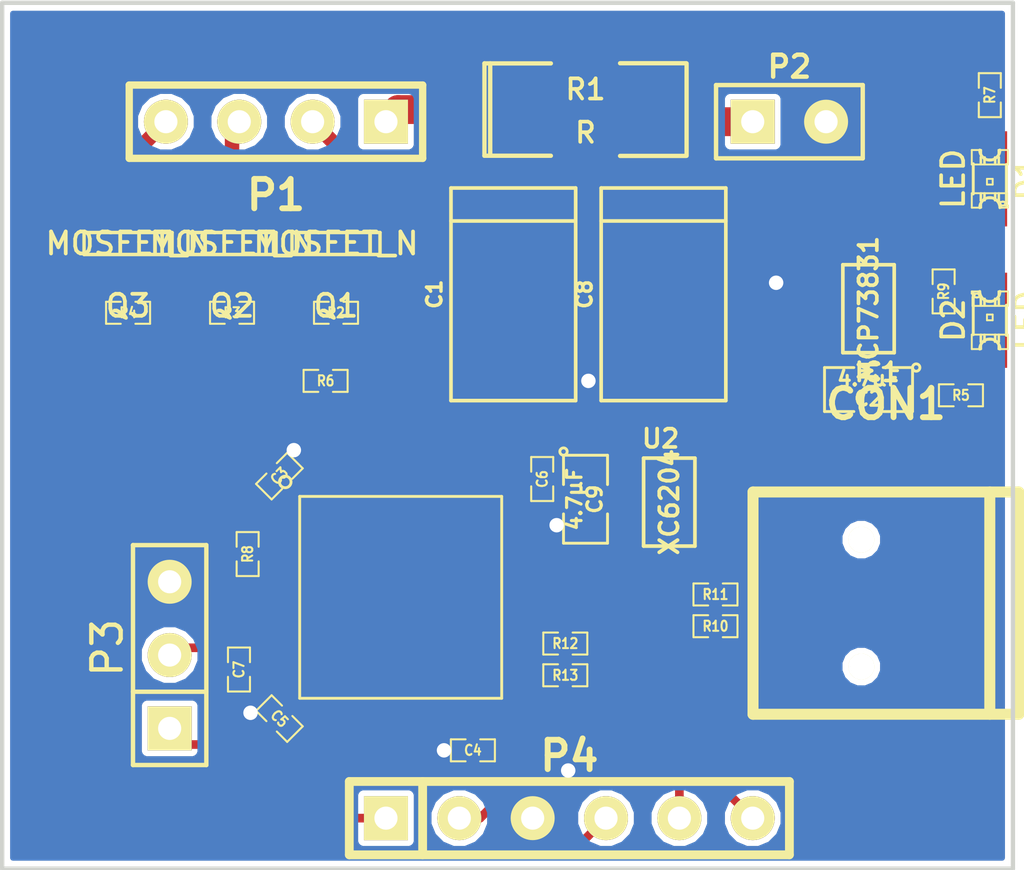
<source format=kicad_pcb>
(kicad_pcb (version 3) (host pcbnew "(2013-mar-13)-testing")

  (general
    (links 83)
    (no_connects 0)
    (area 147.924999 66.75 184.536044 98.2086)
    (thickness 1.6)
    (drawings 7)
    (tracks 324)
    (zones 0)
    (modules 35)
    (nets 56)
  )

  (page A4)
  (title_block
    (title "Controller for photography spin plate")
    (rev 1)
    (company jpa)
  )

  (layers
    (15 F.Cu signal)
    (0 B.Cu signal hide)
    (16 B.Adhes user)
    (17 F.Adhes user)
    (18 B.Paste user)
    (19 F.Paste user)
    (20 B.SilkS user)
    (21 F.SilkS user hide)
    (22 B.Mask user)
    (23 F.Mask user)
    (24 Dwgs.User user)
    (25 Cmts.User user)
    (26 Eco1.User user)
    (27 Eco2.User user)
    (28 Edge.Cuts user)
  )

  (setup
    (last_trace_width 0.3)
    (user_trace_width 0.5)
    (user_trace_width 1)
    (trace_clearance 0.19)
    (zone_clearance 0.5)
    (zone_45_only no)
    (trace_min 0.254)
    (segment_width 0.2)
    (edge_width 0.15)
    (via_size 1)
    (via_drill 0.5)
    (via_min_size 1)
    (via_min_drill 0.5)
    (uvia_size 0.508)
    (uvia_drill 0.127)
    (uvias_allowed no)
    (uvia_min_size 0.508)
    (uvia_min_drill 0.127)
    (pcb_text_width 0.3)
    (pcb_text_size 1 1)
    (mod_edge_width 0.15)
    (mod_text_size 1 1)
    (mod_text_width 0.15)
    (pad_size 1.524 1.524)
    (pad_drill 0.8)
    (pad_to_mask_clearance 0)
    (aux_axis_origin 0 0)
    (visible_elements FFFFFF1F)
    (pcbplotparams
      (layerselection 268468224)
      (usegerberextensions true)
      (excludeedgelayer false)
      (linewidth 0.150000)
      (plotframeref true)
      (viasonmask false)
      (mode 1)
      (useauxorigin false)
      (hpglpennumber 1)
      (hpglpenspeed 20)
      (hpglpendiameter 15)
      (hpglpenoverlay 2)
      (psnegative false)
      (psa4output false)
      (plotreference true)
      (plotvalue true)
      (plotothertext true)
      (plotinvisibletext false)
      (padsonsilk false)
      (subtractmaskfromsilk false)
      (outputformat 1)
      (mirror false)
      (drillshape 0)
      (scaleselection 1)
      (outputdirectory ""))
  )

  (net 0 "")
  (net 1 +3.3V)
  (net 2 +5V)
  (net 3 +BATT)
  (net 4 /MOTOR_PHASE1)
  (net 5 /MOTOR_PHASE2)
  (net 6 /MOTOR_PHASE3)
  (net 7 /NRST)
  (net 8 /SPEEDCTRL)
  (net 9 /SWCLK)
  (net 10 /SWDIO)
  (net 11 /USART1_RX)
  (net 12 /USART1_TX)
  (net 13 /USBDM)
  (net 14 /USBDP)
  (net 15 /VBUS)
  (net 16 GND)
  (net 17 N-0000013)
  (net 18 N-0000018)
  (net 19 N-0000022)
  (net 20 N-0000023)
  (net 21 N-0000024)
  (net 22 N-0000025)
  (net 23 N-0000026)
  (net 24 N-0000027)
  (net 25 N-0000028)
  (net 26 N-0000029)
  (net 27 N-000003)
  (net 28 N-0000030)
  (net 29 N-0000031)
  (net 30 N-0000032)
  (net 31 N-0000033)
  (net 32 N-0000034)
  (net 33 N-0000035)
  (net 34 N-0000036)
  (net 35 N-0000037)
  (net 36 N-0000038)
  (net 37 N-0000039)
  (net 38 N-000004)
  (net 39 N-0000040)
  (net 40 N-0000041)
  (net 41 N-0000042)
  (net 42 N-0000043)
  (net 43 N-0000044)
  (net 44 N-0000045)
  (net 45 N-0000046)
  (net 46 N-0000047)
  (net 47 N-0000048)
  (net 48 N-0000049)
  (net 49 N-000005)
  (net 50 N-0000050)
  (net 51 N-0000051)
  (net 52 N-0000052)
  (net 53 N-0000054)
  (net 54 N-0000055)
  (net 55 N-000008)

  (net_class Default "Tämä on oletuskytkentäverkkoluokka."
    (clearance 0.19)
    (trace_width 0.3)
    (via_dia 1)
    (via_drill 0.5)
    (uvia_dia 0.508)
    (uvia_drill 0.127)
    (add_net "")
    (add_net +3.3V)
    (add_net +5V)
    (add_net +BATT)
    (add_net /MOTOR_PHASE1)
    (add_net /MOTOR_PHASE2)
    (add_net /MOTOR_PHASE3)
    (add_net /NRST)
    (add_net /SPEEDCTRL)
    (add_net /SWCLK)
    (add_net /SWDIO)
    (add_net /USART1_RX)
    (add_net /USART1_TX)
    (add_net /USBDM)
    (add_net /USBDP)
    (add_net /VBUS)
    (add_net GND)
    (add_net N-0000013)
    (add_net N-0000018)
    (add_net N-0000022)
    (add_net N-0000023)
    (add_net N-0000024)
    (add_net N-0000025)
    (add_net N-0000026)
    (add_net N-0000027)
    (add_net N-0000028)
    (add_net N-0000029)
    (add_net N-000003)
    (add_net N-0000030)
    (add_net N-0000031)
    (add_net N-0000032)
    (add_net N-0000033)
    (add_net N-0000034)
    (add_net N-0000035)
    (add_net N-0000036)
    (add_net N-0000037)
    (add_net N-0000038)
    (add_net N-0000039)
    (add_net N-000004)
    (add_net N-0000040)
    (add_net N-0000041)
    (add_net N-0000042)
    (add_net N-0000043)
    (add_net N-0000044)
    (add_net N-0000045)
    (add_net N-0000046)
    (add_net N-0000047)
    (add_net N-0000048)
    (add_net N-0000049)
    (add_net N-000005)
    (add_net N-0000050)
    (add_net N-0000051)
    (add_net N-0000052)
    (add_net N-0000054)
    (add_net N-0000055)
    (add_net N-000008)
  )

  (module PIN_ARRAY_3X1 (layer F.Cu) (tedit 51D19A9E) (tstamp 51D034A5)
    (at 153.8 89.6 90)
    (descr "Connecteur 3 pins")
    (tags "CONN DEV")
    (path /51D03269)
    (fp_text reference P3 (at 0.254 -2.159 90) (layer F.SilkS)
      (effects (font (size 1.016 1.016) (thickness 0.1524)))
    )
    (fp_text value POT (at 0 -2.159 90) (layer F.SilkS) hide
      (effects (font (size 1.016 1.016) (thickness 0.1524)))
    )
    (fp_line (start -3.81 1.27) (end -3.81 -1.27) (layer F.SilkS) (width 0.1524))
    (fp_line (start -3.81 -1.27) (end 3.81 -1.27) (layer F.SilkS) (width 0.1524))
    (fp_line (start 3.81 -1.27) (end 3.81 1.27) (layer F.SilkS) (width 0.1524))
    (fp_line (start 3.81 1.27) (end -3.81 1.27) (layer F.SilkS) (width 0.1524))
    (fp_line (start -1.27 -1.27) (end -1.27 1.27) (layer F.SilkS) (width 0.1524))
    (pad 1 thru_hole rect (at -2.54 0 90) (size 1.524 1.524) (drill 0.8)
      (layers *.Cu *.Mask F.SilkS)
      (net 1 +3.3V)
    )
    (pad 2 thru_hole circle (at 0 0 90) (size 1.524 1.524) (drill 0.8)
      (layers *.Cu *.Mask F.SilkS)
      (net 8 /SPEEDCTRL)
    )
    (pad 3 thru_hole circle (at 2.54 0 90) (size 1.524 1.524) (drill 0.8)
      (layers *.Cu *.Mask F.SilkS)
      (net 16 GND)
    )
    (model pin_array/pins_array_3x1.wrl
      (at (xyz 0 0 0))
      (scale (xyz 1 1 1))
      (rotate (xyz 0 0 0))
    )
  )

  (module PIN_ARRAY-6X1 (layer F.Cu) (tedit 51D19A86) (tstamp 51D034B4)
    (at 167.64 95.25)
    (descr "Connecteur 6 pins")
    (tags "CONN DEV")
    (path /51D027F2)
    (fp_text reference P4 (at 0 -2.159) (layer F.SilkS)
      (effects (font (size 1.016 1.016) (thickness 0.2032)))
    )
    (fp_text value DEBUG (at 0 2.159) (layer F.SilkS) hide
      (effects (font (size 1.016 0.889) (thickness 0.2032)))
    )
    (fp_line (start -7.62 1.27) (end -7.62 -1.27) (layer F.SilkS) (width 0.3048))
    (fp_line (start -7.62 -1.27) (end 7.62 -1.27) (layer F.SilkS) (width 0.3048))
    (fp_line (start 7.62 -1.27) (end 7.62 1.27) (layer F.SilkS) (width 0.3048))
    (fp_line (start 7.62 1.27) (end -7.62 1.27) (layer F.SilkS) (width 0.3048))
    (fp_line (start -5.08 1.27) (end -5.08 -1.27) (layer F.SilkS) (width 0.3048))
    (pad 1 thru_hole rect (at -6.35 0) (size 1.524 1.524) (drill 0.8)
      (layers *.Cu *.Mask F.SilkS)
      (net 7 /NRST)
    )
    (pad 2 thru_hole circle (at -3.81 0) (size 1.524 1.524) (drill 0.8)
      (layers *.Cu *.Mask F.SilkS)
      (net 10 /SWDIO)
    )
    (pad 3 thru_hole circle (at -1.27 0) (size 1.524 1.524) (drill 0.8)
      (layers *.Cu *.Mask F.SilkS)
      (net 16 GND)
    )
    (pad 4 thru_hole circle (at 1.27 0) (size 1.524 1.524) (drill 0.8)
      (layers *.Cu *.Mask F.SilkS)
      (net 9 /SWCLK)
    )
    (pad 5 thru_hole circle (at 3.81 0) (size 1.524 1.524) (drill 0.8)
      (layers *.Cu *.Mask F.SilkS)
      (net 12 /USART1_TX)
    )
    (pad 6 thru_hole circle (at 6.35 0) (size 1.524 1.524) (drill 0.8)
      (layers *.Cu *.Mask F.SilkS)
      (net 11 /USART1_RX)
    )
    (model pin_array/pins_array_6x1.wrl
      (at (xyz 0 0 0))
      (scale (xyz 1 1 1))
      (rotate (xyz 0 0 0))
    )
  )

  (module PIN_ARRAY_2X1 (layer F.Cu) (tedit 51D19A5E) (tstamp 51D03499)
    (at 175.26 71.12)
    (descr "Connecteurs 2 pins")
    (tags "CONN DEV")
    (path /51D03B23)
    (fp_text reference P2 (at 0 -1.905) (layer F.SilkS)
      (effects (font (size 0.762 0.762) (thickness 0.1524)))
    )
    (fp_text value BATTERY (at 0 -1.905) (layer F.SilkS) hide
      (effects (font (size 0.762 0.762) (thickness 0.1524)))
    )
    (fp_line (start -2.54 1.27) (end -2.54 -1.27) (layer F.SilkS) (width 0.1524))
    (fp_line (start -2.54 -1.27) (end 2.54 -1.27) (layer F.SilkS) (width 0.1524))
    (fp_line (start 2.54 -1.27) (end 2.54 1.27) (layer F.SilkS) (width 0.1524))
    (fp_line (start 2.54 1.27) (end -2.54 1.27) (layer F.SilkS) (width 0.1524))
    (pad 1 thru_hole rect (at -1.27 0) (size 1.524 1.524) (drill 0.8)
      (layers *.Cu *.Mask F.SilkS)
      (net 3 +BATT)
    )
    (pad 2 thru_hole circle (at 1.27 0) (size 1.524 1.524) (drill 0.8)
      (layers *.Cu *.Mask F.SilkS)
      (net 16 GND)
    )
    (model pin_array/pins_array_2x1.wrl
      (at (xyz 0 0 0))
      (scale (xyz 1 1 1))
      (rotate (xyz 0 0 0))
    )
  )

  (module PIN_ARRAY_4x1 (layer F.Cu) (tedit 51D19A4C) (tstamp 51D0348F)
    (at 157.48 71.12 180)
    (descr "Double rangee de contacts 2 x 5 pins")
    (tags CONN)
    (path /51D028DB)
    (fp_text reference P1 (at 0 -2.54 180) (layer F.SilkS)
      (effects (font (size 1.016 1.016) (thickness 0.2032)))
    )
    (fp_text value MOTOR (at 0 2.54 180) (layer F.SilkS) hide
      (effects (font (size 1.016 1.016) (thickness 0.2032)))
    )
    (fp_line (start 5.08 1.27) (end -5.08 1.27) (layer F.SilkS) (width 0.254))
    (fp_line (start 5.08 -1.27) (end -5.08 -1.27) (layer F.SilkS) (width 0.254))
    (fp_line (start -5.08 -1.27) (end -5.08 1.27) (layer F.SilkS) (width 0.254))
    (fp_line (start 5.08 1.27) (end 5.08 -1.27) (layer F.SilkS) (width 0.254))
    (pad 1 thru_hole rect (at -3.81 0 180) (size 1.524 1.524) (drill 0.8)
      (layers *.Cu *.Mask F.SilkS)
      (net 18 N-0000018)
    )
    (pad 2 thru_hole circle (at -1.27 0 180) (size 1.524 1.524) (drill 0.8)
      (layers *.Cu *.Mask F.SilkS)
      (net 49 N-000005)
    )
    (pad 3 thru_hole circle (at 1.27 0 180) (size 1.524 1.524) (drill 0.8)
      (layers *.Cu *.Mask F.SilkS)
      (net 38 N-000004)
    )
    (pad 4 thru_hole circle (at 3.81 0 180) (size 1.524 1.524) (drill 0.8)
      (layers *.Cu *.Mask F.SilkS)
      (net 27 N-000003)
    )
    (model pin_array\pins_array_4x1.wrl
      (at (xyz 0 0 0))
      (scale (xyz 1 1 1))
      (rotate (xyz 0 0 0))
    )
  )

  (module USB_MINI_B (layer F.Cu) (tedit 51D034DE) (tstamp 51D03400)
    (at 178.6 87.8 180)
    (descr "USB Mini-B 5-pin SMD connector")
    (tags "USB, Mini-B, connector")
    (path /51D0274C)
    (fp_text reference CON1 (at 0 6.90118 180) (layer F.SilkS)
      (effects (font (size 1.016 1.016) (thickness 0.2032)))
    )
    (fp_text value USB-MINI-B (at 0 -7.0993 180) (layer F.SilkS) hide
      (effects (font (size 1.016 1.016) (thickness 0.2032)))
    )
    (fp_line (start -3.59918 -3.85064) (end -3.59918 3.85064) (layer F.SilkS) (width 0.381))
    (fp_line (start -4.59994 -3.85064) (end -4.59994 3.85064) (layer F.SilkS) (width 0.381))
    (fp_line (start -4.59994 3.85064) (end 4.59994 3.85064) (layer F.SilkS) (width 0.381))
    (fp_line (start 4.59994 3.85064) (end 4.59994 -3.85064) (layer F.SilkS) (width 0.381))
    (fp_line (start 4.59994 -3.85064) (end -4.59994 -3.85064) (layer F.SilkS) (width 0.381))
    (pad 1 smd rect (at 3.44932 -1.6002 180) (size 2.30124 0.50038)
      (layers F.Cu F.Paste F.Mask)
      (net 2 +5V)
    )
    (pad 2 smd rect (at 3.44932 -0.8001 180) (size 2.30124 0.50038)
      (layers F.Cu F.Paste F.Mask)
      (net 20 N-0000023)
    )
    (pad 3 smd rect (at 3.44932 0 180) (size 2.30124 0.50038)
      (layers F.Cu F.Paste F.Mask)
      (net 26 N-0000029)
    )
    (pad 4 smd rect (at 3.44932 0.8001 180) (size 2.30124 0.50038)
      (layers F.Cu F.Paste F.Mask)
      (net 25 N-0000028)
    )
    (pad 5 smd rect (at 3.44932 1.6002 180) (size 2.30124 0.50038)
      (layers F.Cu F.Paste F.Mask)
      (net 16 GND)
    )
    (pad 6 smd rect (at 3.35026 -4.45008 180) (size 2.49936 1.99898)
      (layers F.Cu F.Paste F.Mask)
      (net 24 N-0000027)
    )
    (pad 7 smd rect (at -2.14884 -4.45008 180) (size 2.49936 1.99898)
      (layers F.Cu F.Paste F.Mask)
      (net 23 N-0000026)
    )
    (pad 8 smd rect (at 3.35026 4.45008 180) (size 2.49936 1.99898)
      (layers F.Cu F.Paste F.Mask)
      (net 22 N-0000025)
    )
    (pad 9 smd rect (at -2.14884 4.45008 180) (size 2.49936 1.99898)
      (layers F.Cu F.Paste F.Mask)
      (net 21 N-0000024)
    )
    (pad "" np_thru_hole circle (at 0.8509 -2.19964 180) (size 0.89916 0.89916) (drill 0.89916)
      (layers *.Cu *.Mask F.SilkS)
    )
    (pad "" np_thru_hole circle (at 0.8509 2.19964 180) (size 0.89916 0.89916) (drill 0.89916)
      (layers *.Cu *.Mask F.SilkS)
    )
  )

  (module c_tant_D (layer F.Cu) (tedit 4D5D91AD) (tstamp 51D033A3)
    (at 165.7 77.1 90)
    (descr "SMT capacitor, tantalum size D")
    (path /51D04153)
    (fp_text reference C1 (at 0 -2.7305 90) (layer F.SilkS)
      (effects (font (size 0.50038 0.50038) (thickness 0.11938)))
    )
    (fp_text value 100µF (at 0 2.7305 90) (layer F.SilkS) hide
      (effects (font (size 0.50038 0.50038) (thickness 0.11938)))
    )
    (fp_line (start 2.54 -2.159) (end 2.54 2.159) (layer F.SilkS) (width 0.127))
    (fp_line (start -3.683 -2.159) (end -3.683 2.159) (layer F.SilkS) (width 0.127))
    (fp_line (start -3.683 2.159) (end 3.683 2.159) (layer F.SilkS) (width 0.127))
    (fp_line (start 3.683 2.159) (end 3.683 -2.159) (layer F.SilkS) (width 0.127))
    (fp_line (start 3.683 -2.159) (end -3.683 -2.159) (layer F.SilkS) (width 0.127))
    (pad 1 smd rect (at 2.99974 0 90) (size 2.55016 2.70002)
      (layers F.Cu F.Paste F.Mask)
      (net 18 N-0000018)
    )
    (pad 2 smd rect (at -2.99974 0 90) (size 2.55016 3.79984)
      (layers F.Cu F.Paste F.Mask)
      (net 16 GND)
    )
    (model smd/capacitors/c_tant_D.wrl
      (at (xyz 0 0 0))
      (scale (xyz 1 1 1))
      (rotate (xyz 0 0 0))
    )
  )

  (module SM0805 (layer F.Cu) (tedit 5091495C) (tstamp 51D033B0)
    (at 178 80.4 180)
    (path /51D03DD8)
    (attr smd)
    (fp_text reference C2 (at 0 -0.3175 180) (layer F.SilkS)
      (effects (font (size 0.50038 0.50038) (thickness 0.10922)))
    )
    (fp_text value 4.7µF (at 0 0.381 180) (layer F.SilkS)
      (effects (font (size 0.50038 0.50038) (thickness 0.10922)))
    )
    (fp_circle (center -1.651 0.762) (end -1.651 0.635) (layer F.SilkS) (width 0.09906))
    (fp_line (start -0.508 0.762) (end -1.524 0.762) (layer F.SilkS) (width 0.09906))
    (fp_line (start -1.524 0.762) (end -1.524 -0.762) (layer F.SilkS) (width 0.09906))
    (fp_line (start -1.524 -0.762) (end -0.508 -0.762) (layer F.SilkS) (width 0.09906))
    (fp_line (start 0.508 -0.762) (end 1.524 -0.762) (layer F.SilkS) (width 0.09906))
    (fp_line (start 1.524 -0.762) (end 1.524 0.762) (layer F.SilkS) (width 0.09906))
    (fp_line (start 1.524 0.762) (end 0.508 0.762) (layer F.SilkS) (width 0.09906))
    (pad 1 smd rect (at -0.9525 0 180) (size 0.889 1.397)
      (layers F.Cu F.Paste F.Mask)
      (net 2 +5V)
    )
    (pad 2 smd rect (at 0.9525 0 180) (size 0.889 1.397)
      (layers F.Cu F.Paste F.Mask)
      (net 16 GND)
    )
    (model smd/chip_cms.wrl
      (at (xyz 0 0 0))
      (scale (xyz 0.1 0.1 0.1))
      (rotate (xyz 0 0 0))
    )
  )

  (module SM0402_c (layer F.Cu) (tedit 516FD0AE) (tstamp 51D033BC)
    (at 157.6 83.4 45)
    (path /51D02D13)
    (attr smd)
    (fp_text reference C3 (at 0 0 45) (layer F.SilkS)
      (effects (font (size 0.35052 0.3048) (thickness 0.07112)))
    )
    (fp_text value 100nF (at 0.09906 0 45) (layer F.SilkS) hide
      (effects (font (size 0.35052 0.3048) (thickness 0.07112)))
    )
    (fp_line (start -0.254 -0.381) (end -0.762 -0.381) (layer F.SilkS) (width 0.07112))
    (fp_line (start -0.762 -0.381) (end -0.762 0.381) (layer F.SilkS) (width 0.07112))
    (fp_line (start -0.762 0.381) (end -0.254 0.381) (layer F.SilkS) (width 0.07112))
    (fp_line (start 0.254 -0.381) (end 0.762 -0.381) (layer F.SilkS) (width 0.07112))
    (fp_line (start 0.762 -0.381) (end 0.762 0.381) (layer F.SilkS) (width 0.07112))
    (fp_line (start 0.762 0.381) (end 0.254 0.381) (layer F.SilkS) (width 0.07112))
    (pad 1 smd rect (at -0.44958 0 45) (size 0.39878 0.59944)
      (layers F.Cu F.Paste F.Mask)
      (net 1 +3.3V)
    )
    (pad 2 smd rect (at 0.44958 0 45) (size 0.39878 0.59944)
      (layers F.Cu F.Paste F.Mask)
      (net 16 GND)
    )
    (model smd/capacitors/C0402.wrl
      (at (xyz 0 0 0))
      (scale (xyz 0.27 0.27 0.27))
      (rotate (xyz 0 0 0))
    )
  )

  (module SM0402_c (layer F.Cu) (tedit 516FD0AE) (tstamp 51D033C8)
    (at 164.3 92.9 180)
    (path /51D02D3F)
    (attr smd)
    (fp_text reference C4 (at 0 0 180) (layer F.SilkS)
      (effects (font (size 0.35052 0.3048) (thickness 0.07112)))
    )
    (fp_text value 100nF (at 0.09906 0 180) (layer F.SilkS) hide
      (effects (font (size 0.35052 0.3048) (thickness 0.07112)))
    )
    (fp_line (start -0.254 -0.381) (end -0.762 -0.381) (layer F.SilkS) (width 0.07112))
    (fp_line (start -0.762 -0.381) (end -0.762 0.381) (layer F.SilkS) (width 0.07112))
    (fp_line (start -0.762 0.381) (end -0.254 0.381) (layer F.SilkS) (width 0.07112))
    (fp_line (start 0.254 -0.381) (end 0.762 -0.381) (layer F.SilkS) (width 0.07112))
    (fp_line (start 0.762 -0.381) (end 0.762 0.381) (layer F.SilkS) (width 0.07112))
    (fp_line (start 0.762 0.381) (end 0.254 0.381) (layer F.SilkS) (width 0.07112))
    (pad 1 smd rect (at -0.44958 0 180) (size 0.39878 0.59944)
      (layers F.Cu F.Paste F.Mask)
      (net 1 +3.3V)
    )
    (pad 2 smd rect (at 0.44958 0 180) (size 0.39878 0.59944)
      (layers F.Cu F.Paste F.Mask)
      (net 16 GND)
    )
    (model smd/capacitors/C0402.wrl
      (at (xyz 0 0 0))
      (scale (xyz 0.27 0.27 0.27))
      (rotate (xyz 0 0 0))
    )
  )

  (module SM0402_c (layer F.Cu) (tedit 516FD0AE) (tstamp 51D033D4)
    (at 157.6 91.8 135)
    (path /51D02D4F)
    (attr smd)
    (fp_text reference C5 (at 0 0 135) (layer F.SilkS)
      (effects (font (size 0.35052 0.3048) (thickness 0.07112)))
    )
    (fp_text value 100nF (at 0.09906 0 135) (layer F.SilkS) hide
      (effects (font (size 0.35052 0.3048) (thickness 0.07112)))
    )
    (fp_line (start -0.254 -0.381) (end -0.762 -0.381) (layer F.SilkS) (width 0.07112))
    (fp_line (start -0.762 -0.381) (end -0.762 0.381) (layer F.SilkS) (width 0.07112))
    (fp_line (start -0.762 0.381) (end -0.254 0.381) (layer F.SilkS) (width 0.07112))
    (fp_line (start 0.254 -0.381) (end 0.762 -0.381) (layer F.SilkS) (width 0.07112))
    (fp_line (start 0.762 -0.381) (end 0.762 0.381) (layer F.SilkS) (width 0.07112))
    (fp_line (start 0.762 0.381) (end 0.254 0.381) (layer F.SilkS) (width 0.07112))
    (pad 1 smd rect (at -0.44958 0 135) (size 0.39878 0.59944)
      (layers F.Cu F.Paste F.Mask)
      (net 1 +3.3V)
    )
    (pad 2 smd rect (at 0.44958 0 135) (size 0.39878 0.59944)
      (layers F.Cu F.Paste F.Mask)
      (net 16 GND)
    )
    (model smd/capacitors/C0402.wrl
      (at (xyz 0 0 0))
      (scale (xyz 0.27 0.27 0.27))
      (rotate (xyz 0 0 0))
    )
  )

  (module SM0402_c (layer F.Cu) (tedit 516FD0AE) (tstamp 51D033E0)
    (at 166.7 83.5 270)
    (path /51D02D55)
    (attr smd)
    (fp_text reference C6 (at 0 0 270) (layer F.SilkS)
      (effects (font (size 0.35052 0.3048) (thickness 0.07112)))
    )
    (fp_text value 100nF (at 0.09906 0 270) (layer F.SilkS) hide
      (effects (font (size 0.35052 0.3048) (thickness 0.07112)))
    )
    (fp_line (start -0.254 -0.381) (end -0.762 -0.381) (layer F.SilkS) (width 0.07112))
    (fp_line (start -0.762 -0.381) (end -0.762 0.381) (layer F.SilkS) (width 0.07112))
    (fp_line (start -0.762 0.381) (end -0.254 0.381) (layer F.SilkS) (width 0.07112))
    (fp_line (start 0.254 -0.381) (end 0.762 -0.381) (layer F.SilkS) (width 0.07112))
    (fp_line (start 0.762 -0.381) (end 0.762 0.381) (layer F.SilkS) (width 0.07112))
    (fp_line (start 0.762 0.381) (end 0.254 0.381) (layer F.SilkS) (width 0.07112))
    (pad 1 smd rect (at -0.44958 0 270) (size 0.39878 0.59944)
      (layers F.Cu F.Paste F.Mask)
      (net 1 +3.3V)
    )
    (pad 2 smd rect (at 0.44958 0 270) (size 0.39878 0.59944)
      (layers F.Cu F.Paste F.Mask)
      (net 16 GND)
    )
    (model smd/capacitors/C0402.wrl
      (at (xyz 0 0 0))
      (scale (xyz 0.27 0.27 0.27))
      (rotate (xyz 0 0 0))
    )
  )

  (module SM0402_c (layer F.Cu) (tedit 516FD0AE) (tstamp 51D033EC)
    (at 156.2 90.1 270)
    (path /51D03329)
    (attr smd)
    (fp_text reference C7 (at 0 0 270) (layer F.SilkS)
      (effects (font (size 0.35052 0.3048) (thickness 0.07112)))
    )
    (fp_text value 100nF (at 0.09906 0 270) (layer F.SilkS) hide
      (effects (font (size 0.35052 0.3048) (thickness 0.07112)))
    )
    (fp_line (start -0.254 -0.381) (end -0.762 -0.381) (layer F.SilkS) (width 0.07112))
    (fp_line (start -0.762 -0.381) (end -0.762 0.381) (layer F.SilkS) (width 0.07112))
    (fp_line (start -0.762 0.381) (end -0.254 0.381) (layer F.SilkS) (width 0.07112))
    (fp_line (start 0.254 -0.381) (end 0.762 -0.381) (layer F.SilkS) (width 0.07112))
    (fp_line (start 0.762 -0.381) (end 0.762 0.381) (layer F.SilkS) (width 0.07112))
    (fp_line (start 0.762 0.381) (end 0.254 0.381) (layer F.SilkS) (width 0.07112))
    (pad 1 smd rect (at -0.44958 0 270) (size 0.39878 0.59944)
      (layers F.Cu F.Paste F.Mask)
      (net 8 /SPEEDCTRL)
    )
    (pad 2 smd rect (at 0.44958 0 270) (size 0.39878 0.59944)
      (layers F.Cu F.Paste F.Mask)
      (net 16 GND)
    )
    (model smd/capacitors/C0402.wrl
      (at (xyz 0 0 0))
      (scale (xyz 0.27 0.27 0.27))
      (rotate (xyz 0 0 0))
    )
  )

  (module LED-0805 (layer F.Cu) (tedit 49DC4C0B) (tstamp 51D0343B)
    (at 182.2 73.1 270)
    (descr "LED 0805 smd package")
    (tags "LED 0805 SMD")
    (path /51D0444B)
    (attr smd)
    (fp_text reference D1 (at 0 -1.27 270) (layer F.SilkS)
      (effects (font (size 0.762 0.762) (thickness 0.127)))
    )
    (fp_text value LED (at 0 1.27 270) (layer F.SilkS)
      (effects (font (size 0.762 0.762) (thickness 0.127)))
    )
    (fp_line (start 0.49784 0.29972) (end 0.49784 0.62484) (layer F.SilkS) (width 0.06604))
    (fp_line (start 0.49784 0.62484) (end 0.99822 0.62484) (layer F.SilkS) (width 0.06604))
    (fp_line (start 0.99822 0.29972) (end 0.99822 0.62484) (layer F.SilkS) (width 0.06604))
    (fp_line (start 0.49784 0.29972) (end 0.99822 0.29972) (layer F.SilkS) (width 0.06604))
    (fp_line (start 0.49784 -0.32258) (end 0.49784 -0.17272) (layer F.SilkS) (width 0.06604))
    (fp_line (start 0.49784 -0.17272) (end 0.7493 -0.17272) (layer F.SilkS) (width 0.06604))
    (fp_line (start 0.7493 -0.32258) (end 0.7493 -0.17272) (layer F.SilkS) (width 0.06604))
    (fp_line (start 0.49784 -0.32258) (end 0.7493 -0.32258) (layer F.SilkS) (width 0.06604))
    (fp_line (start 0.49784 0.17272) (end 0.49784 0.32258) (layer F.SilkS) (width 0.06604))
    (fp_line (start 0.49784 0.32258) (end 0.7493 0.32258) (layer F.SilkS) (width 0.06604))
    (fp_line (start 0.7493 0.17272) (end 0.7493 0.32258) (layer F.SilkS) (width 0.06604))
    (fp_line (start 0.49784 0.17272) (end 0.7493 0.17272) (layer F.SilkS) (width 0.06604))
    (fp_line (start 0.49784 -0.19812) (end 0.49784 0.19812) (layer F.SilkS) (width 0.06604))
    (fp_line (start 0.49784 0.19812) (end 0.6731 0.19812) (layer F.SilkS) (width 0.06604))
    (fp_line (start 0.6731 -0.19812) (end 0.6731 0.19812) (layer F.SilkS) (width 0.06604))
    (fp_line (start 0.49784 -0.19812) (end 0.6731 -0.19812) (layer F.SilkS) (width 0.06604))
    (fp_line (start -0.99822 0.29972) (end -0.99822 0.62484) (layer F.SilkS) (width 0.06604))
    (fp_line (start -0.99822 0.62484) (end -0.49784 0.62484) (layer F.SilkS) (width 0.06604))
    (fp_line (start -0.49784 0.29972) (end -0.49784 0.62484) (layer F.SilkS) (width 0.06604))
    (fp_line (start -0.99822 0.29972) (end -0.49784 0.29972) (layer F.SilkS) (width 0.06604))
    (fp_line (start -0.99822 -0.62484) (end -0.99822 -0.29972) (layer F.SilkS) (width 0.06604))
    (fp_line (start -0.99822 -0.29972) (end -0.49784 -0.29972) (layer F.SilkS) (width 0.06604))
    (fp_line (start -0.49784 -0.62484) (end -0.49784 -0.29972) (layer F.SilkS) (width 0.06604))
    (fp_line (start -0.99822 -0.62484) (end -0.49784 -0.62484) (layer F.SilkS) (width 0.06604))
    (fp_line (start -0.7493 0.17272) (end -0.7493 0.32258) (layer F.SilkS) (width 0.06604))
    (fp_line (start -0.7493 0.32258) (end -0.49784 0.32258) (layer F.SilkS) (width 0.06604))
    (fp_line (start -0.49784 0.17272) (end -0.49784 0.32258) (layer F.SilkS) (width 0.06604))
    (fp_line (start -0.7493 0.17272) (end -0.49784 0.17272) (layer F.SilkS) (width 0.06604))
    (fp_line (start -0.7493 -0.32258) (end -0.7493 -0.17272) (layer F.SilkS) (width 0.06604))
    (fp_line (start -0.7493 -0.17272) (end -0.49784 -0.17272) (layer F.SilkS) (width 0.06604))
    (fp_line (start -0.49784 -0.32258) (end -0.49784 -0.17272) (layer F.SilkS) (width 0.06604))
    (fp_line (start -0.7493 -0.32258) (end -0.49784 -0.32258) (layer F.SilkS) (width 0.06604))
    (fp_line (start -0.6731 -0.19812) (end -0.6731 0.19812) (layer F.SilkS) (width 0.06604))
    (fp_line (start -0.6731 0.19812) (end -0.49784 0.19812) (layer F.SilkS) (width 0.06604))
    (fp_line (start -0.49784 -0.19812) (end -0.49784 0.19812) (layer F.SilkS) (width 0.06604))
    (fp_line (start -0.6731 -0.19812) (end -0.49784 -0.19812) (layer F.SilkS) (width 0.06604))
    (fp_line (start 0 -0.09906) (end 0 0.09906) (layer F.SilkS) (width 0.06604))
    (fp_line (start 0 0.09906) (end 0.19812 0.09906) (layer F.SilkS) (width 0.06604))
    (fp_line (start 0.19812 -0.09906) (end 0.19812 0.09906) (layer F.SilkS) (width 0.06604))
    (fp_line (start 0 -0.09906) (end 0.19812 -0.09906) (layer F.SilkS) (width 0.06604))
    (fp_line (start 0.49784 -0.59944) (end 0.49784 -0.29972) (layer F.SilkS) (width 0.06604))
    (fp_line (start 0.49784 -0.29972) (end 0.79756 -0.29972) (layer F.SilkS) (width 0.06604))
    (fp_line (start 0.79756 -0.59944) (end 0.79756 -0.29972) (layer F.SilkS) (width 0.06604))
    (fp_line (start 0.49784 -0.59944) (end 0.79756 -0.59944) (layer F.SilkS) (width 0.06604))
    (fp_line (start 0.92456 -0.62484) (end 0.92456 -0.39878) (layer F.SilkS) (width 0.06604))
    (fp_line (start 0.92456 -0.39878) (end 0.99822 -0.39878) (layer F.SilkS) (width 0.06604))
    (fp_line (start 0.99822 -0.62484) (end 0.99822 -0.39878) (layer F.SilkS) (width 0.06604))
    (fp_line (start 0.92456 -0.62484) (end 0.99822 -0.62484) (layer F.SilkS) (width 0.06604))
    (fp_line (start 0.52324 0.57404) (end -0.52324 0.57404) (layer F.SilkS) (width 0.1016))
    (fp_line (start -0.49784 -0.57404) (end 0.92456 -0.57404) (layer F.SilkS) (width 0.1016))
    (fp_circle (center 0.84836 -0.44958) (end 0.89916 -0.50038) (layer F.SilkS) (width 0.0508))
    (fp_arc (start 0.99822 0) (end 0.99822 0.34798) (angle 180) (layer F.SilkS) (width 0.1016))
    (fp_arc (start -0.99822 0) (end -0.99822 -0.34798) (angle 180) (layer F.SilkS) (width 0.1016))
    (pad 1 smd rect (at -1.04902 0 270) (size 1.19888 1.19888)
      (layers F.Cu F.Paste F.Mask)
      (net 19 N-0000022)
    )
    (pad 2 smd rect (at 1.04902 0 270) (size 1.19888 1.19888)
      (layers F.Cu F.Paste F.Mask)
      (net 16 GND)
    )
  )

  (module LED-0805 (layer F.Cu) (tedit 49DC4C0B) (tstamp 51D03476)
    (at 182.2 78 90)
    (descr "LED 0805 smd package")
    (tags "LED 0805 SMD")
    (path /51D03B37)
    (attr smd)
    (fp_text reference D2 (at 0 -1.27 90) (layer F.SilkS)
      (effects (font (size 0.762 0.762) (thickness 0.127)))
    )
    (fp_text value LED (at 0 1.27 90) (layer F.SilkS)
      (effects (font (size 0.762 0.762) (thickness 0.127)))
    )
    (fp_line (start 0.49784 0.29972) (end 0.49784 0.62484) (layer F.SilkS) (width 0.06604))
    (fp_line (start 0.49784 0.62484) (end 0.99822 0.62484) (layer F.SilkS) (width 0.06604))
    (fp_line (start 0.99822 0.29972) (end 0.99822 0.62484) (layer F.SilkS) (width 0.06604))
    (fp_line (start 0.49784 0.29972) (end 0.99822 0.29972) (layer F.SilkS) (width 0.06604))
    (fp_line (start 0.49784 -0.32258) (end 0.49784 -0.17272) (layer F.SilkS) (width 0.06604))
    (fp_line (start 0.49784 -0.17272) (end 0.7493 -0.17272) (layer F.SilkS) (width 0.06604))
    (fp_line (start 0.7493 -0.32258) (end 0.7493 -0.17272) (layer F.SilkS) (width 0.06604))
    (fp_line (start 0.49784 -0.32258) (end 0.7493 -0.32258) (layer F.SilkS) (width 0.06604))
    (fp_line (start 0.49784 0.17272) (end 0.49784 0.32258) (layer F.SilkS) (width 0.06604))
    (fp_line (start 0.49784 0.32258) (end 0.7493 0.32258) (layer F.SilkS) (width 0.06604))
    (fp_line (start 0.7493 0.17272) (end 0.7493 0.32258) (layer F.SilkS) (width 0.06604))
    (fp_line (start 0.49784 0.17272) (end 0.7493 0.17272) (layer F.SilkS) (width 0.06604))
    (fp_line (start 0.49784 -0.19812) (end 0.49784 0.19812) (layer F.SilkS) (width 0.06604))
    (fp_line (start 0.49784 0.19812) (end 0.6731 0.19812) (layer F.SilkS) (width 0.06604))
    (fp_line (start 0.6731 -0.19812) (end 0.6731 0.19812) (layer F.SilkS) (width 0.06604))
    (fp_line (start 0.49784 -0.19812) (end 0.6731 -0.19812) (layer F.SilkS) (width 0.06604))
    (fp_line (start -0.99822 0.29972) (end -0.99822 0.62484) (layer F.SilkS) (width 0.06604))
    (fp_line (start -0.99822 0.62484) (end -0.49784 0.62484) (layer F.SilkS) (width 0.06604))
    (fp_line (start -0.49784 0.29972) (end -0.49784 0.62484) (layer F.SilkS) (width 0.06604))
    (fp_line (start -0.99822 0.29972) (end -0.49784 0.29972) (layer F.SilkS) (width 0.06604))
    (fp_line (start -0.99822 -0.62484) (end -0.99822 -0.29972) (layer F.SilkS) (width 0.06604))
    (fp_line (start -0.99822 -0.29972) (end -0.49784 -0.29972) (layer F.SilkS) (width 0.06604))
    (fp_line (start -0.49784 -0.62484) (end -0.49784 -0.29972) (layer F.SilkS) (width 0.06604))
    (fp_line (start -0.99822 -0.62484) (end -0.49784 -0.62484) (layer F.SilkS) (width 0.06604))
    (fp_line (start -0.7493 0.17272) (end -0.7493 0.32258) (layer F.SilkS) (width 0.06604))
    (fp_line (start -0.7493 0.32258) (end -0.49784 0.32258) (layer F.SilkS) (width 0.06604))
    (fp_line (start -0.49784 0.17272) (end -0.49784 0.32258) (layer F.SilkS) (width 0.06604))
    (fp_line (start -0.7493 0.17272) (end -0.49784 0.17272) (layer F.SilkS) (width 0.06604))
    (fp_line (start -0.7493 -0.32258) (end -0.7493 -0.17272) (layer F.SilkS) (width 0.06604))
    (fp_line (start -0.7493 -0.17272) (end -0.49784 -0.17272) (layer F.SilkS) (width 0.06604))
    (fp_line (start -0.49784 -0.32258) (end -0.49784 -0.17272) (layer F.SilkS) (width 0.06604))
    (fp_line (start -0.7493 -0.32258) (end -0.49784 -0.32258) (layer F.SilkS) (width 0.06604))
    (fp_line (start -0.6731 -0.19812) (end -0.6731 0.19812) (layer F.SilkS) (width 0.06604))
    (fp_line (start -0.6731 0.19812) (end -0.49784 0.19812) (layer F.SilkS) (width 0.06604))
    (fp_line (start -0.49784 -0.19812) (end -0.49784 0.19812) (layer F.SilkS) (width 0.06604))
    (fp_line (start -0.6731 -0.19812) (end -0.49784 -0.19812) (layer F.SilkS) (width 0.06604))
    (fp_line (start 0 -0.09906) (end 0 0.09906) (layer F.SilkS) (width 0.06604))
    (fp_line (start 0 0.09906) (end 0.19812 0.09906) (layer F.SilkS) (width 0.06604))
    (fp_line (start 0.19812 -0.09906) (end 0.19812 0.09906) (layer F.SilkS) (width 0.06604))
    (fp_line (start 0 -0.09906) (end 0.19812 -0.09906) (layer F.SilkS) (width 0.06604))
    (fp_line (start 0.49784 -0.59944) (end 0.49784 -0.29972) (layer F.SilkS) (width 0.06604))
    (fp_line (start 0.49784 -0.29972) (end 0.79756 -0.29972) (layer F.SilkS) (width 0.06604))
    (fp_line (start 0.79756 -0.59944) (end 0.79756 -0.29972) (layer F.SilkS) (width 0.06604))
    (fp_line (start 0.49784 -0.59944) (end 0.79756 -0.59944) (layer F.SilkS) (width 0.06604))
    (fp_line (start 0.92456 -0.62484) (end 0.92456 -0.39878) (layer F.SilkS) (width 0.06604))
    (fp_line (start 0.92456 -0.39878) (end 0.99822 -0.39878) (layer F.SilkS) (width 0.06604))
    (fp_line (start 0.99822 -0.62484) (end 0.99822 -0.39878) (layer F.SilkS) (width 0.06604))
    (fp_line (start 0.92456 -0.62484) (end 0.99822 -0.62484) (layer F.SilkS) (width 0.06604))
    (fp_line (start 0.52324 0.57404) (end -0.52324 0.57404) (layer F.SilkS) (width 0.1016))
    (fp_line (start -0.49784 -0.57404) (end 0.92456 -0.57404) (layer F.SilkS) (width 0.1016))
    (fp_circle (center 0.84836 -0.44958) (end 0.89916 -0.50038) (layer F.SilkS) (width 0.0508))
    (fp_arc (start 0.99822 0) (end 0.99822 0.34798) (angle 180) (layer F.SilkS) (width 0.1016))
    (fp_arc (start -0.99822 0) (end -0.99822 -0.34798) (angle 180) (layer F.SilkS) (width 0.1016))
    (pad 1 smd rect (at -1.04902 0 90) (size 1.19888 1.19888)
      (layers F.Cu F.Paste F.Mask)
      (net 52 N-0000052)
    )
    (pad 2 smd rect (at 1.04902 0 90) (size 1.19888 1.19888)
      (layers F.Cu F.Paste F.Mask)
      (net 53 N-0000054)
    )
  )

  (module SOT23-5 (layer F.Cu) (tedit 4ECF78EF) (tstamp 51D03483)
    (at 178 77.6 270)
    (path /51D03B4B)
    (attr smd)
    (fp_text reference IC1 (at 2.19964 -0.29972 360) (layer F.SilkS)
      (effects (font (size 0.635 0.635) (thickness 0.127)))
    )
    (fp_text value MCP73831 (at 0 0 270) (layer F.SilkS)
      (effects (font (size 0.635 0.635) (thickness 0.127)))
    )
    (fp_line (start 1.524 -0.889) (end 1.524 0.889) (layer F.SilkS) (width 0.127))
    (fp_line (start 1.524 0.889) (end -1.524 0.889) (layer F.SilkS) (width 0.127))
    (fp_line (start -1.524 0.889) (end -1.524 -0.889) (layer F.SilkS) (width 0.127))
    (fp_line (start -1.524 -0.889) (end 1.524 -0.889) (layer F.SilkS) (width 0.127))
    (pad 1 smd rect (at -0.9525 1.27 270) (size 0.508 0.762)
      (layers F.Cu F.Paste F.Mask)
      (net 53 N-0000054)
    )
    (pad 3 smd rect (at 0.9525 1.27 270) (size 0.508 0.762)
      (layers F.Cu F.Paste F.Mask)
      (net 3 +BATT)
    )
    (pad 5 smd rect (at -0.9525 -1.27 270) (size 0.508 0.762)
      (layers F.Cu F.Paste F.Mask)
      (net 54 N-0000055)
    )
    (pad 2 smd rect (at 0 1.27 270) (size 0.508 0.762)
      (layers F.Cu F.Paste F.Mask)
      (net 16 GND)
    )
    (pad 4 smd rect (at 0.9525 -1.27 270) (size 0.508 0.762)
      (layers F.Cu F.Paste F.Mask)
      (net 2 +5V)
    )
    (model smd/SOT23_5.wrl
      (at (xyz 0 0 0))
      (scale (xyz 0.1 0.1 0.1))
      (rotate (xyz 0 0 0))
    )
  )

  (module SOT23GDS (layer F.Cu) (tedit 50911E03) (tstamp 51D034BF)
    (at 159.56 75.34 180)
    (descr "Module CMS SOT23 Transistore EBC")
    (tags "CMS SOT")
    (path /51D028CC)
    (attr smd)
    (fp_text reference Q1 (at 0 -2.159 180) (layer F.SilkS)
      (effects (font (size 0.762 0.762) (thickness 0.12954)))
    )
    (fp_text value MOSFET_N (at 0 0 180) (layer F.SilkS)
      (effects (font (size 0.762 0.762) (thickness 0.12954)))
    )
    (fp_line (start -1.524 -0.381) (end 1.524 -0.381) (layer F.SilkS) (width 0.11938))
    (fp_line (start 1.524 -0.381) (end 1.524 0.381) (layer F.SilkS) (width 0.11938))
    (fp_line (start 1.524 0.381) (end -1.524 0.381) (layer F.SilkS) (width 0.11938))
    (fp_line (start -1.524 0.381) (end -1.524 -0.381) (layer F.SilkS) (width 0.11938))
    (pad S smd rect (at -0.889 -1.016 180) (size 0.9144 0.9144)
      (layers F.Cu F.Paste F.Mask)
      (net 16 GND)
    )
    (pad G smd rect (at 0.889 -1.016 180) (size 0.9144 0.9144)
      (layers F.Cu F.Paste F.Mask)
      (net 4 /MOTOR_PHASE1)
    )
    (pad D smd rect (at 0 1.016 180) (size 0.9144 0.9144)
      (layers F.Cu F.Paste F.Mask)
      (net 49 N-000005)
    )
    (model smd/cms_sot23.wrl
      (at (xyz 0 0 0))
      (scale (xyz 0.13 0.15 0.15))
      (rotate (xyz 0 0 0))
    )
  )

  (module SOT23GDS (layer F.Cu) (tedit 50911E03) (tstamp 51D034CA)
    (at 155.96 75.34 180)
    (descr "Module CMS SOT23 Transistore EBC")
    (tags "CMS SOT")
    (path /51D02907)
    (attr smd)
    (fp_text reference Q2 (at 0 -2.159 180) (layer F.SilkS)
      (effects (font (size 0.762 0.762) (thickness 0.12954)))
    )
    (fp_text value MOSFET_N (at 0 0 180) (layer F.SilkS)
      (effects (font (size 0.762 0.762) (thickness 0.12954)))
    )
    (fp_line (start -1.524 -0.381) (end 1.524 -0.381) (layer F.SilkS) (width 0.11938))
    (fp_line (start 1.524 -0.381) (end 1.524 0.381) (layer F.SilkS) (width 0.11938))
    (fp_line (start 1.524 0.381) (end -1.524 0.381) (layer F.SilkS) (width 0.11938))
    (fp_line (start -1.524 0.381) (end -1.524 -0.381) (layer F.SilkS) (width 0.11938))
    (pad S smd rect (at -0.889 -1.016 180) (size 0.9144 0.9144)
      (layers F.Cu F.Paste F.Mask)
      (net 16 GND)
    )
    (pad G smd rect (at 0.889 -1.016 180) (size 0.9144 0.9144)
      (layers F.Cu F.Paste F.Mask)
      (net 5 /MOTOR_PHASE2)
    )
    (pad D smd rect (at 0 1.016 180) (size 0.9144 0.9144)
      (layers F.Cu F.Paste F.Mask)
      (net 38 N-000004)
    )
    (model smd/cms_sot23.wrl
      (at (xyz 0 0 0))
      (scale (xyz 0.13 0.15 0.15))
      (rotate (xyz 0 0 0))
    )
  )

  (module SOT23GDS (layer F.Cu) (tedit 50911E03) (tstamp 51D034D5)
    (at 152.36 75.34 180)
    (descr "Module CMS SOT23 Transistore EBC")
    (tags "CMS SOT")
    (path /51D0290D)
    (attr smd)
    (fp_text reference Q3 (at 0 -2.159 180) (layer F.SilkS)
      (effects (font (size 0.762 0.762) (thickness 0.12954)))
    )
    (fp_text value MOSFET_N (at 0 0 180) (layer F.SilkS)
      (effects (font (size 0.762 0.762) (thickness 0.12954)))
    )
    (fp_line (start -1.524 -0.381) (end 1.524 -0.381) (layer F.SilkS) (width 0.11938))
    (fp_line (start 1.524 -0.381) (end 1.524 0.381) (layer F.SilkS) (width 0.11938))
    (fp_line (start 1.524 0.381) (end -1.524 0.381) (layer F.SilkS) (width 0.11938))
    (fp_line (start -1.524 0.381) (end -1.524 -0.381) (layer F.SilkS) (width 0.11938))
    (pad S smd rect (at -0.889 -1.016 180) (size 0.9144 0.9144)
      (layers F.Cu F.Paste F.Mask)
      (net 16 GND)
    )
    (pad G smd rect (at 0.889 -1.016 180) (size 0.9144 0.9144)
      (layers F.Cu F.Paste F.Mask)
      (net 6 /MOTOR_PHASE3)
    )
    (pad D smd rect (at 0 1.016 180) (size 0.9144 0.9144)
      (layers F.Cu F.Paste F.Mask)
      (net 27 N-000003)
    )
    (model smd/cms_sot23.wrl
      (at (xyz 0 0 0))
      (scale (xyz 0.13 0.15 0.15))
      (rotate (xyz 0 0 0))
    )
  )

  (module SM0402_r (layer F.Cu) (tedit 5141C458) (tstamp 51D034E1)
    (at 159.56 77.74)
    (path /51D02A07)
    (attr smd)
    (fp_text reference R2 (at 0 0) (layer F.SilkS)
      (effects (font (size 0.35052 0.3048) (thickness 0.07112)))
    )
    (fp_text value 10k (at 0.09906 0) (layer F.SilkS) hide
      (effects (font (size 0.35052 0.3048) (thickness 0.07112)))
    )
    (fp_line (start -0.254 -0.381) (end -0.762 -0.381) (layer F.SilkS) (width 0.07112))
    (fp_line (start -0.762 -0.381) (end -0.762 0.381) (layer F.SilkS) (width 0.07112))
    (fp_line (start -0.762 0.381) (end -0.254 0.381) (layer F.SilkS) (width 0.07112))
    (fp_line (start 0.254 -0.381) (end 0.762 -0.381) (layer F.SilkS) (width 0.07112))
    (fp_line (start 0.762 -0.381) (end 0.762 0.381) (layer F.SilkS) (width 0.07112))
    (fp_line (start 0.762 0.381) (end 0.254 0.381) (layer F.SilkS) (width 0.07112))
    (pad 1 smd rect (at -0.44958 0) (size 0.39878 0.59944)
      (layers F.Cu F.Paste F.Mask)
      (net 4 /MOTOR_PHASE1)
    )
    (pad 2 smd rect (at 0.44958 0) (size 0.39878 0.59944)
      (layers F.Cu F.Paste F.Mask)
      (net 16 GND)
    )
    (model smd/resistors/R0402.wrl
      (at (xyz 0 0 0))
      (scale (xyz 0.27 0.27 0.27))
      (rotate (xyz 0 0 0))
    )
  )

  (module SM0402_r (layer F.Cu) (tedit 5141C458) (tstamp 51D034ED)
    (at 155.96 77.74)
    (path /51D02A4E)
    (attr smd)
    (fp_text reference R3 (at 0 0) (layer F.SilkS)
      (effects (font (size 0.35052 0.3048) (thickness 0.07112)))
    )
    (fp_text value 10k (at 0.09906 0) (layer F.SilkS) hide
      (effects (font (size 0.35052 0.3048) (thickness 0.07112)))
    )
    (fp_line (start -0.254 -0.381) (end -0.762 -0.381) (layer F.SilkS) (width 0.07112))
    (fp_line (start -0.762 -0.381) (end -0.762 0.381) (layer F.SilkS) (width 0.07112))
    (fp_line (start -0.762 0.381) (end -0.254 0.381) (layer F.SilkS) (width 0.07112))
    (fp_line (start 0.254 -0.381) (end 0.762 -0.381) (layer F.SilkS) (width 0.07112))
    (fp_line (start 0.762 -0.381) (end 0.762 0.381) (layer F.SilkS) (width 0.07112))
    (fp_line (start 0.762 0.381) (end 0.254 0.381) (layer F.SilkS) (width 0.07112))
    (pad 1 smd rect (at -0.44958 0) (size 0.39878 0.59944)
      (layers F.Cu F.Paste F.Mask)
      (net 5 /MOTOR_PHASE2)
    )
    (pad 2 smd rect (at 0.44958 0) (size 0.39878 0.59944)
      (layers F.Cu F.Paste F.Mask)
      (net 16 GND)
    )
    (model smd/resistors/R0402.wrl
      (at (xyz 0 0 0))
      (scale (xyz 0.27 0.27 0.27))
      (rotate (xyz 0 0 0))
    )
  )

  (module SM0402_r (layer F.Cu) (tedit 5141C458) (tstamp 51D034F9)
    (at 152.36 77.74)
    (path /51D02A54)
    (attr smd)
    (fp_text reference R4 (at 0 0) (layer F.SilkS)
      (effects (font (size 0.35052 0.3048) (thickness 0.07112)))
    )
    (fp_text value 10k (at 0.09906 0) (layer F.SilkS) hide
      (effects (font (size 0.35052 0.3048) (thickness 0.07112)))
    )
    (fp_line (start -0.254 -0.381) (end -0.762 -0.381) (layer F.SilkS) (width 0.07112))
    (fp_line (start -0.762 -0.381) (end -0.762 0.381) (layer F.SilkS) (width 0.07112))
    (fp_line (start -0.762 0.381) (end -0.254 0.381) (layer F.SilkS) (width 0.07112))
    (fp_line (start 0.254 -0.381) (end 0.762 -0.381) (layer F.SilkS) (width 0.07112))
    (fp_line (start 0.762 -0.381) (end 0.762 0.381) (layer F.SilkS) (width 0.07112))
    (fp_line (start 0.762 0.381) (end 0.254 0.381) (layer F.SilkS) (width 0.07112))
    (pad 1 smd rect (at -0.44958 0) (size 0.39878 0.59944)
      (layers F.Cu F.Paste F.Mask)
      (net 6 /MOTOR_PHASE3)
    )
    (pad 2 smd rect (at 0.44958 0) (size 0.39878 0.59944)
      (layers F.Cu F.Paste F.Mask)
      (net 16 GND)
    )
    (model smd/resistors/R0402.wrl
      (at (xyz 0 0 0))
      (scale (xyz 0.27 0.27 0.27))
      (rotate (xyz 0 0 0))
    )
  )

  (module SM0402_r (layer F.Cu) (tedit 5141C458) (tstamp 51D03505)
    (at 181.2 80.6)
    (path /51D03D2E)
    (attr smd)
    (fp_text reference R5 (at 0 0) (layer F.SilkS)
      (effects (font (size 0.35052 0.3048) (thickness 0.07112)))
    )
    (fp_text value 2k (at 0.09906 0) (layer F.SilkS) hide
      (effects (font (size 0.35052 0.3048) (thickness 0.07112)))
    )
    (fp_line (start -0.254 -0.381) (end -0.762 -0.381) (layer F.SilkS) (width 0.07112))
    (fp_line (start -0.762 -0.381) (end -0.762 0.381) (layer F.SilkS) (width 0.07112))
    (fp_line (start -0.762 0.381) (end -0.254 0.381) (layer F.SilkS) (width 0.07112))
    (fp_line (start 0.254 -0.381) (end 0.762 -0.381) (layer F.SilkS) (width 0.07112))
    (fp_line (start 0.762 -0.381) (end 0.762 0.381) (layer F.SilkS) (width 0.07112))
    (fp_line (start 0.762 0.381) (end 0.254 0.381) (layer F.SilkS) (width 0.07112))
    (pad 1 smd rect (at -0.44958 0) (size 0.39878 0.59944)
      (layers F.Cu F.Paste F.Mask)
      (net 2 +5V)
    )
    (pad 2 smd rect (at 0.44958 0) (size 0.39878 0.59944)
      (layers F.Cu F.Paste F.Mask)
      (net 52 N-0000052)
    )
    (model smd/resistors/R0402.wrl
      (at (xyz 0 0 0))
      (scale (xyz 0.27 0.27 0.27))
      (rotate (xyz 0 0 0))
    )
  )

  (module SM0402_r (layer F.Cu) (tedit 5141C458) (tstamp 51D03511)
    (at 159.2 80.1 180)
    (path /51D02B9B)
    (attr smd)
    (fp_text reference R6 (at 0 0 180) (layer F.SilkS)
      (effects (font (size 0.35052 0.3048) (thickness 0.07112)))
    )
    (fp_text value 10k (at 0.09906 0 180) (layer F.SilkS) hide
      (effects (font (size 0.35052 0.3048) (thickness 0.07112)))
    )
    (fp_line (start -0.254 -0.381) (end -0.762 -0.381) (layer F.SilkS) (width 0.07112))
    (fp_line (start -0.762 -0.381) (end -0.762 0.381) (layer F.SilkS) (width 0.07112))
    (fp_line (start -0.762 0.381) (end -0.254 0.381) (layer F.SilkS) (width 0.07112))
    (fp_line (start 0.254 -0.381) (end 0.762 -0.381) (layer F.SilkS) (width 0.07112))
    (fp_line (start 0.762 -0.381) (end 0.762 0.381) (layer F.SilkS) (width 0.07112))
    (fp_line (start 0.762 0.381) (end 0.254 0.381) (layer F.SilkS) (width 0.07112))
    (pad 1 smd rect (at -0.44958 0 180) (size 0.39878 0.59944)
      (layers F.Cu F.Paste F.Mask)
      (net 55 N-000008)
    )
    (pad 2 smd rect (at 0.44958 0 180) (size 0.39878 0.59944)
      (layers F.Cu F.Paste F.Mask)
      (net 16 GND)
    )
    (model smd/resistors/R0402.wrl
      (at (xyz 0 0 0))
      (scale (xyz 0.27 0.27 0.27))
      (rotate (xyz 0 0 0))
    )
  )

  (module SM0402_r (layer F.Cu) (tedit 5141C458) (tstamp 51D0351D)
    (at 182.2 70.2 90)
    (path /51D04451)
    (attr smd)
    (fp_text reference R7 (at 0 0 90) (layer F.SilkS)
      (effects (font (size 0.35052 0.3048) (thickness 0.07112)))
    )
    (fp_text value 2k (at 0.09906 0 90) (layer F.SilkS) hide
      (effects (font (size 0.35052 0.3048) (thickness 0.07112)))
    )
    (fp_line (start -0.254 -0.381) (end -0.762 -0.381) (layer F.SilkS) (width 0.07112))
    (fp_line (start -0.762 -0.381) (end -0.762 0.381) (layer F.SilkS) (width 0.07112))
    (fp_line (start -0.762 0.381) (end -0.254 0.381) (layer F.SilkS) (width 0.07112))
    (fp_line (start 0.254 -0.381) (end 0.762 -0.381) (layer F.SilkS) (width 0.07112))
    (fp_line (start 0.762 -0.381) (end 0.762 0.381) (layer F.SilkS) (width 0.07112))
    (fp_line (start 0.762 0.381) (end 0.254 0.381) (layer F.SilkS) (width 0.07112))
    (pad 1 smd rect (at -0.44958 0 90) (size 0.39878 0.59944)
      (layers F.Cu F.Paste F.Mask)
      (net 19 N-0000022)
    )
    (pad 2 smd rect (at 0.44958 0 90) (size 0.39878 0.59944)
      (layers F.Cu F.Paste F.Mask)
      (net 17 N-0000013)
    )
    (model smd/resistors/R0402.wrl
      (at (xyz 0 0 0))
      (scale (xyz 0.27 0.27 0.27))
      (rotate (xyz 0 0 0))
    )
  )

  (module SM0402_r (layer F.Cu) (tedit 5141C458) (tstamp 51D17F2B)
    (at 156.5 86.1 270)
    (path /51D02B7A)
    (attr smd)
    (fp_text reference R8 (at 0 0 270) (layer F.SilkS)
      (effects (font (size 0.35052 0.3048) (thickness 0.07112)))
    )
    (fp_text value 10k (at 0.09906 0 270) (layer F.SilkS) hide
      (effects (font (size 0.35052 0.3048) (thickness 0.07112)))
    )
    (fp_line (start -0.254 -0.381) (end -0.762 -0.381) (layer F.SilkS) (width 0.07112))
    (fp_line (start -0.762 -0.381) (end -0.762 0.381) (layer F.SilkS) (width 0.07112))
    (fp_line (start -0.762 0.381) (end -0.254 0.381) (layer F.SilkS) (width 0.07112))
    (fp_line (start 0.254 -0.381) (end 0.762 -0.381) (layer F.SilkS) (width 0.07112))
    (fp_line (start 0.762 -0.381) (end 0.762 0.381) (layer F.SilkS) (width 0.07112))
    (fp_line (start 0.762 0.381) (end 0.254 0.381) (layer F.SilkS) (width 0.07112))
    (pad 1 smd rect (at -0.44958 0 270) (size 0.39878 0.59944)
      (layers F.Cu F.Paste F.Mask)
      (net 1 +3.3V)
    )
    (pad 2 smd rect (at 0.44958 0 270) (size 0.39878 0.59944)
      (layers F.Cu F.Paste F.Mask)
      (net 7 /NRST)
    )
    (model smd/resistors/R0402.wrl
      (at (xyz 0 0 0))
      (scale (xyz 0.27 0.27 0.27))
      (rotate (xyz 0 0 0))
    )
  )

  (module SM0402_r (layer F.Cu) (tedit 5141C458) (tstamp 51D03535)
    (at 180.6 77 270)
    (path /51D03B64)
    (attr smd)
    (fp_text reference R9 (at 0 0 270) (layer F.SilkS)
      (effects (font (size 0.35052 0.3048) (thickness 0.07112)))
    )
    (fp_text value 2k (at 0.09906 0 270) (layer F.SilkS) hide
      (effects (font (size 0.35052 0.3048) (thickness 0.07112)))
    )
    (fp_line (start -0.254 -0.381) (end -0.762 -0.381) (layer F.SilkS) (width 0.07112))
    (fp_line (start -0.762 -0.381) (end -0.762 0.381) (layer F.SilkS) (width 0.07112))
    (fp_line (start -0.762 0.381) (end -0.254 0.381) (layer F.SilkS) (width 0.07112))
    (fp_line (start 0.254 -0.381) (end 0.762 -0.381) (layer F.SilkS) (width 0.07112))
    (fp_line (start 0.762 -0.381) (end 0.762 0.381) (layer F.SilkS) (width 0.07112))
    (fp_line (start 0.762 0.381) (end 0.254 0.381) (layer F.SilkS) (width 0.07112))
    (pad 1 smd rect (at -0.44958 0 270) (size 0.39878 0.59944)
      (layers F.Cu F.Paste F.Mask)
      (net 54 N-0000055)
    )
    (pad 2 smd rect (at 0.44958 0 270) (size 0.39878 0.59944)
      (layers F.Cu F.Paste F.Mask)
      (net 16 GND)
    )
    (model smd/resistors/R0402.wrl
      (at (xyz 0 0 0))
      (scale (xyz 0.27 0.27 0.27))
      (rotate (xyz 0 0 0))
    )
  )

  (module SM0402_r (layer F.Cu) (tedit 5141C458) (tstamp 51D03541)
    (at 172.7 88.6)
    (path /51D03126)
    (attr smd)
    (fp_text reference R10 (at 0 0) (layer F.SilkS)
      (effects (font (size 0.35052 0.3048) (thickness 0.07112)))
    )
    (fp_text value 27R (at 0.09906 0) (layer F.SilkS) hide
      (effects (font (size 0.35052 0.3048) (thickness 0.07112)))
    )
    (fp_line (start -0.254 -0.381) (end -0.762 -0.381) (layer F.SilkS) (width 0.07112))
    (fp_line (start -0.762 -0.381) (end -0.762 0.381) (layer F.SilkS) (width 0.07112))
    (fp_line (start -0.762 0.381) (end -0.254 0.381) (layer F.SilkS) (width 0.07112))
    (fp_line (start 0.254 -0.381) (end 0.762 -0.381) (layer F.SilkS) (width 0.07112))
    (fp_line (start 0.762 -0.381) (end 0.762 0.381) (layer F.SilkS) (width 0.07112))
    (fp_line (start 0.762 0.381) (end 0.254 0.381) (layer F.SilkS) (width 0.07112))
    (pad 1 smd rect (at -0.44958 0) (size 0.39878 0.59944)
      (layers F.Cu F.Paste F.Mask)
      (net 13 /USBDM)
    )
    (pad 2 smd rect (at 0.44958 0) (size 0.39878 0.59944)
      (layers F.Cu F.Paste F.Mask)
      (net 20 N-0000023)
    )
    (model smd/resistors/R0402.wrl
      (at (xyz 0 0 0))
      (scale (xyz 0.27 0.27 0.27))
      (rotate (xyz 0 0 0))
    )
  )

  (module SM0402_r (layer F.Cu) (tedit 5141C458) (tstamp 51D0354D)
    (at 172.7 87.5)
    (path /51D03138)
    (attr smd)
    (fp_text reference R11 (at 0 0) (layer F.SilkS)
      (effects (font (size 0.35052 0.3048) (thickness 0.07112)))
    )
    (fp_text value 27R (at 0.09906 0) (layer F.SilkS) hide
      (effects (font (size 0.35052 0.3048) (thickness 0.07112)))
    )
    (fp_line (start -0.254 -0.381) (end -0.762 -0.381) (layer F.SilkS) (width 0.07112))
    (fp_line (start -0.762 -0.381) (end -0.762 0.381) (layer F.SilkS) (width 0.07112))
    (fp_line (start -0.762 0.381) (end -0.254 0.381) (layer F.SilkS) (width 0.07112))
    (fp_line (start 0.254 -0.381) (end 0.762 -0.381) (layer F.SilkS) (width 0.07112))
    (fp_line (start 0.762 -0.381) (end 0.762 0.381) (layer F.SilkS) (width 0.07112))
    (fp_line (start 0.762 0.381) (end 0.254 0.381) (layer F.SilkS) (width 0.07112))
    (pad 1 smd rect (at -0.44958 0) (size 0.39878 0.59944)
      (layers F.Cu F.Paste F.Mask)
      (net 14 /USBDP)
    )
    (pad 2 smd rect (at 0.44958 0) (size 0.39878 0.59944)
      (layers F.Cu F.Paste F.Mask)
      (net 26 N-0000029)
    )
    (model smd/resistors/R0402.wrl
      (at (xyz 0 0 0))
      (scale (xyz 0.27 0.27 0.27))
      (rotate (xyz 0 0 0))
    )
  )

  (module LQFP48 (layer F.Cu) (tedit 4C433D64) (tstamp 51D038F0)
    (at 161.8 87.6)
    (path /51D0272E)
    (attr smd)
    (fp_text reference U1 (at 0 -0.381) (layer Cmts.User)
      (effects (font (size 0.508 0.508) (thickness 0.1016)))
    )
    (fp_text value STM32L151C8 (at 0 0.381) (layer Cmts.User) hide
      (effects (font (size 0.508 0.508) (thickness 0.1016)))
    )
    (fp_circle (center -3.99796 -3.99796) (end -3.99796 -4.19862) (layer F.SilkS) (width 0.09906))
    (fp_line (start -3.49758 -3.49758) (end -3.49758 3.49758) (layer F.SilkS) (width 0.09906))
    (fp_line (start -3.49758 3.49758) (end 3.49758 3.49758) (layer F.SilkS) (width 0.09906))
    (fp_line (start 3.49758 3.49758) (end 3.49758 -3.49758) (layer F.SilkS) (width 0.09906))
    (fp_line (start 3.49758 -3.49758) (end -3.49758 -3.49758) (layer F.SilkS) (width 0.09906))
    (pad 12 smd rect (at -4.09702 2.74828) (size 0.8001 0.24892)
      (layers F.Cu F.Paste F.Mask)
      (net 33 N-0000035)
    )
    (pad 11 smd rect (at -4.09702 2.2479) (size 0.8001 0.25146)
      (layers F.Cu F.Paste F.Mask)
      (net 35 N-0000037)
    )
    (pad 10 smd rect (at -4.09702 1.74752) (size 0.8001 0.25146)
      (layers F.Cu F.Paste F.Mask)
      (net 8 /SPEEDCTRL)
    )
    (pad 9 smd rect (at -4.09702 1.24714) (size 0.8001 0.25146)
      (layers F.Cu F.Paste F.Mask)
      (net 1 +3.3V)
    )
    (pad 8 smd rect (at -4.09702 0.7493) (size 0.8001 0.24892)
      (layers F.Cu F.Paste F.Mask)
      (net 16 GND)
    )
    (pad 7 smd rect (at -4.09702 0.24892) (size 0.8001 0.24892)
      (layers F.Cu F.Paste F.Mask)
      (net 7 /NRST)
    )
    (pad 6 smd rect (at -4.09702 -0.24892) (size 0.8001 0.24892)
      (layers F.Cu F.Paste F.Mask)
      (net 37 N-0000039)
    )
    (pad 5 smd rect (at -4.09702 -0.7493) (size 0.8001 0.24892)
      (layers F.Cu F.Paste F.Mask)
      (net 39 N-0000040)
    )
    (pad 4 smd rect (at -4.09702 -1.24714) (size 0.8001 0.25146)
      (layers F.Cu F.Paste F.Mask)
      (net 40 N-0000041)
    )
    (pad 3 smd rect (at -4.09702 -1.74752) (size 0.8001 0.25146)
      (layers F.Cu F.Paste F.Mask)
      (net 41 N-0000042)
    )
    (pad 2 smd rect (at -4.09702 -2.2479) (size 0.8001 0.25146)
      (layers F.Cu F.Paste F.Mask)
      (net 42 N-0000043)
    )
    (pad 1 smd rect (at -4.09702 -2.74828) (size 0.8001 0.24892)
      (layers F.Cu F.Paste F.Mask)
      (net 1 +3.3V)
    )
    (pad 48 smd rect (at -2.74828 -4.09702) (size 0.24892 0.8001)
      (layers F.Cu F.Paste F.Mask)
      (net 1 +3.3V)
    )
    (pad 47 smd rect (at -2.2479 -4.09702) (size 0.25146 0.8001)
      (layers F.Cu F.Paste F.Mask)
      (net 16 GND)
    )
    (pad 46 smd rect (at -1.74752 -4.09702) (size 0.25146 0.8001)
      (layers F.Cu F.Paste F.Mask)
      (net 46 N-0000047)
    )
    (pad 45 smd rect (at -1.24714 -4.09702) (size 0.25146 0.8001)
      (layers F.Cu F.Paste F.Mask)
      (net 6 /MOTOR_PHASE3)
    )
    (pad 44 smd rect (at -0.7493 -4.09702) (size 0.24892 0.8001)
      (layers F.Cu F.Paste F.Mask)
      (net 55 N-000008)
    )
    (pad 43 smd rect (at -0.24892 -4.09702) (size 0.24892 0.8001)
      (layers F.Cu F.Paste F.Mask)
      (net 5 /MOTOR_PHASE2)
    )
    (pad 42 smd rect (at 0.24892 -4.09702) (size 0.24892 0.8001)
      (layers F.Cu F.Paste F.Mask)
      (net 4 /MOTOR_PHASE1)
    )
    (pad 41 smd rect (at 0.7493 -4.09702) (size 0.24892 0.8001)
      (layers F.Cu F.Paste F.Mask)
      (net 17 N-0000013)
    )
    (pad 40 smd rect (at 1.24714 -4.09702) (size 0.25146 0.8001)
      (layers F.Cu F.Paste F.Mask)
      (net 36 N-0000038)
    )
    (pad 39 smd rect (at 1.74752 -4.09702) (size 0.25146 0.8001)
      (layers F.Cu F.Paste F.Mask)
      (net 28 N-0000030)
    )
    (pad 38 smd rect (at 2.2479 -4.09702) (size 0.25146 0.8001)
      (layers F.Cu F.Paste F.Mask)
      (net 1 +3.3V)
    )
    (pad 37 smd rect (at 2.74828 -4.09702) (size 0.24892 0.8001)
      (layers F.Cu F.Paste F.Mask)
      (net 9 /SWCLK)
    )
    (pad 25 smd rect (at 4.09702 2.74828) (size 0.8001 0.24892)
      (layers F.Cu F.Paste F.Mask)
      (net 10 /SWDIO)
    )
    (pad 26 smd rect (at 4.09702 2.2479) (size 0.8001 0.25146)
      (layers F.Cu F.Paste F.Mask)
      (net 47 N-0000048)
    )
    (pad 27 smd rect (at 4.09702 1.74752) (size 0.8001 0.25146)
      (layers F.Cu F.Paste F.Mask)
      (net 44 N-0000045)
    )
    (pad 28 smd rect (at 4.09702 1.24714) (size 0.8001 0.25146)
      (layers F.Cu F.Paste F.Mask)
      (net 15 /VBUS)
    )
    (pad 29 smd rect (at 4.09702 0.7493) (size 0.8001 0.24892)
      (layers F.Cu F.Paste F.Mask)
      (net 29 N-0000031)
    )
    (pad 30 smd rect (at 4.09702 0.24892) (size 0.8001 0.24892)
      (layers F.Cu F.Paste F.Mask)
      (net 12 /USART1_TX)
    )
    (pad 31 smd rect (at 4.09702 -0.24892) (size 0.8001 0.24892)
      (layers F.Cu F.Paste F.Mask)
      (net 11 /USART1_RX)
    )
    (pad 32 smd rect (at 4.09702 -0.7493) (size 0.8001 0.24892)
      (layers F.Cu F.Paste F.Mask)
      (net 13 /USBDM)
    )
    (pad 33 smd rect (at 4.09702 -1.24714) (size 0.8001 0.25146)
      (layers F.Cu F.Paste F.Mask)
      (net 14 /USBDP)
    )
    (pad 34 smd rect (at 4.09702 -1.74752) (size 0.8001 0.25146)
      (layers F.Cu F.Paste F.Mask)
      (net 10 /SWDIO)
    )
    (pad 35 smd rect (at 4.09702 -2.2479) (size 0.8001 0.25146)
      (layers F.Cu F.Paste F.Mask)
      (net 16 GND)
    )
    (pad 36 smd rect (at 4.09702 -2.74828) (size 0.8001 0.24892)
      (layers F.Cu F.Paste F.Mask)
      (net 1 +3.3V)
    )
    (pad 13 smd rect (at -2.74828 4.09702) (size 0.24892 0.8001)
      (layers F.Cu F.Paste F.Mask)
      (net 51 N-0000051)
    )
    (pad 14 smd rect (at -2.2479 4.09702) (size 0.25146 0.8001)
      (layers F.Cu F.Paste F.Mask)
      (net 50 N-0000050)
    )
    (pad 15 smd rect (at -1.74752 4.09702) (size 0.25146 0.8001)
      (layers F.Cu F.Paste F.Mask)
      (net 43 N-0000044)
    )
    (pad 16 smd rect (at -1.24714 4.09702) (size 0.25146 0.8001)
      (layers F.Cu F.Paste F.Mask)
      (net 48 N-0000049)
    )
    (pad 17 smd rect (at -0.7493 4.09702) (size 0.24892 0.8001)
      (layers F.Cu F.Paste F.Mask)
      (net 45 N-0000046)
    )
    (pad 18 smd rect (at -0.24892 4.09702) (size 0.24892 0.8001)
      (layers F.Cu F.Paste F.Mask)
      (net 31 N-0000033)
    )
    (pad 19 smd rect (at 0.24892 4.09702) (size 0.24892 0.8001)
      (layers F.Cu F.Paste F.Mask)
      (net 30 N-0000032)
    )
    (pad 20 smd rect (at 0.7493 4.09702) (size 0.24892 0.8001)
      (layers F.Cu F.Paste F.Mask)
      (net 16 GND)
    )
    (pad 21 smd rect (at 1.24714 4.09702) (size 0.25146 0.8001)
      (layers F.Cu F.Paste F.Mask)
      (net 34 N-0000036)
    )
    (pad 22 smd rect (at 1.74752 4.09702) (size 0.25146 0.8001)
      (layers F.Cu F.Paste F.Mask)
      (net 32 N-0000034)
    )
    (pad 23 smd rect (at 2.2479 4.09702) (size 0.25146 0.8001)
      (layers F.Cu F.Paste F.Mask)
      (net 16 GND)
    )
    (pad 24 smd rect (at 2.74828 4.09702) (size 0.24892 0.8001)
      (layers F.Cu F.Paste F.Mask)
      (net 1 +3.3V)
    )
  )

  (module c_tant_D (layer F.Cu) (tedit 4D5D91AD) (tstamp 51D17903)
    (at 170.9 77.1 90)
    (descr "SMT capacitor, tantalum size D")
    (path /51D1750A)
    (fp_text reference C8 (at 0 -2.7305 90) (layer F.SilkS)
      (effects (font (size 0.50038 0.50038) (thickness 0.11938)))
    )
    (fp_text value 100µF (at 0 2.7305 90) (layer F.SilkS) hide
      (effects (font (size 0.50038 0.50038) (thickness 0.11938)))
    )
    (fp_line (start 2.54 -2.159) (end 2.54 2.159) (layer F.SilkS) (width 0.127))
    (fp_line (start -3.683 -2.159) (end -3.683 2.159) (layer F.SilkS) (width 0.127))
    (fp_line (start -3.683 2.159) (end 3.683 2.159) (layer F.SilkS) (width 0.127))
    (fp_line (start 3.683 2.159) (end 3.683 -2.159) (layer F.SilkS) (width 0.127))
    (fp_line (start 3.683 -2.159) (end -3.683 -2.159) (layer F.SilkS) (width 0.127))
    (pad 1 smd rect (at 2.99974 0 90) (size 2.55016 2.70002)
      (layers F.Cu F.Paste F.Mask)
      (net 3 +BATT)
    )
    (pad 2 smd rect (at -2.99974 0 90) (size 2.55016 3.79984)
      (layers F.Cu F.Paste F.Mask)
      (net 16 GND)
    )
    (model smd/capacitors/c_tant_D.wrl
      (at (xyz 0 0 0))
      (scale (xyz 1 1 1))
      (rotate (xyz 0 0 0))
    )
  )

  (module SM0805 (layer F.Cu) (tedit 5091495C) (tstamp 51D17910)
    (at 168.2 84.2 270)
    (path /51D17729)
    (attr smd)
    (fp_text reference C9 (at 0 -0.3175 270) (layer F.SilkS)
      (effects (font (size 0.50038 0.50038) (thickness 0.10922)))
    )
    (fp_text value 4.7µF (at 0 0.381 270) (layer F.SilkS)
      (effects (font (size 0.50038 0.50038) (thickness 0.10922)))
    )
    (fp_circle (center -1.651 0.762) (end -1.651 0.635) (layer F.SilkS) (width 0.09906))
    (fp_line (start -0.508 0.762) (end -1.524 0.762) (layer F.SilkS) (width 0.09906))
    (fp_line (start -1.524 0.762) (end -1.524 -0.762) (layer F.SilkS) (width 0.09906))
    (fp_line (start -1.524 -0.762) (end -0.508 -0.762) (layer F.SilkS) (width 0.09906))
    (fp_line (start 0.508 -0.762) (end 1.524 -0.762) (layer F.SilkS) (width 0.09906))
    (fp_line (start 1.524 -0.762) (end 1.524 0.762) (layer F.SilkS) (width 0.09906))
    (fp_line (start 1.524 0.762) (end 0.508 0.762) (layer F.SilkS) (width 0.09906))
    (pad 1 smd rect (at -0.9525 0 270) (size 0.889 1.397)
      (layers F.Cu F.Paste F.Mask)
      (net 1 +3.3V)
    )
    (pad 2 smd rect (at 0.9525 0 270) (size 0.889 1.397)
      (layers F.Cu F.Paste F.Mask)
      (net 16 GND)
    )
    (model smd/chip_cms.wrl
      (at (xyz 0 0 0))
      (scale (xyz 0.1 0.1 0.1))
      (rotate (xyz 0 0 0))
    )
  )

  (module SM2010 (layer F.Cu) (tedit 510157F5) (tstamp 51D1791D)
    (at 168.2 70.7)
    (tags "CMS SM")
    (path /51D0411C)
    (attr smd)
    (fp_text reference R1 (at 0 -0.7) (layer F.SilkS)
      (effects (font (size 0.70104 0.70104) (thickness 0.127)))
    )
    (fp_text value R (at 0 0.8) (layer F.SilkS)
      (effects (font (size 0.70104 0.70104) (thickness 0.127)))
    )
    (fp_line (start -3.3 -1.6) (end -3.3 1.6) (layer F.SilkS) (width 0.15))
    (fp_line (start 3.50012 -1.6002) (end 3.50012 1.6002) (layer F.SilkS) (width 0.15))
    (fp_line (start -3.5 -1.6) (end -3.5 1.6) (layer F.SilkS) (width 0.15))
    (fp_line (start 1.19634 1.60528) (end 3.48234 1.60528) (layer F.SilkS) (width 0.15))
    (fp_line (start 3.48234 -1.60528) (end 1.19634 -1.60528) (layer F.SilkS) (width 0.15))
    (fp_line (start -1.2 -1.6) (end -3.5 -1.6) (layer F.SilkS) (width 0.15))
    (fp_line (start -3.5 1.6) (end -1.2 1.6) (layer F.SilkS) (width 0.15))
    (pad 1 smd rect (at -2.4003 0) (size 1.80086 2.70002)
      (layers F.Cu F.Paste F.Mask)
      (net 18 N-0000018)
    )
    (pad 2 smd rect (at 2.4003 0) (size 1.80086 2.70002)
      (layers F.Cu F.Paste F.Mask)
      (net 3 +BATT)
    )
    (model smd\chip_smd_pol_wide.wrl
      (at (xyz 0 0 0))
      (scale (xyz 0.35 0.35 0.35))
      (rotate (xyz 0 0 0))
    )
  )

  (module SM0402_r (layer F.Cu) (tedit 5141C458) (tstamp 51D17929)
    (at 167.5 89.2 180)
    (path /51D17A0C)
    (attr smd)
    (fp_text reference R12 (at 0 0 180) (layer F.SilkS)
      (effects (font (size 0.35052 0.3048) (thickness 0.07112)))
    )
    (fp_text value 10k (at 0.09906 0 180) (layer F.SilkS) hide
      (effects (font (size 0.35052 0.3048) (thickness 0.07112)))
    )
    (fp_line (start -0.254 -0.381) (end -0.762 -0.381) (layer F.SilkS) (width 0.07112))
    (fp_line (start -0.762 -0.381) (end -0.762 0.381) (layer F.SilkS) (width 0.07112))
    (fp_line (start -0.762 0.381) (end -0.254 0.381) (layer F.SilkS) (width 0.07112))
    (fp_line (start 0.254 -0.381) (end 0.762 -0.381) (layer F.SilkS) (width 0.07112))
    (fp_line (start 0.762 -0.381) (end 0.762 0.381) (layer F.SilkS) (width 0.07112))
    (fp_line (start 0.762 0.381) (end 0.254 0.381) (layer F.SilkS) (width 0.07112))
    (pad 1 smd rect (at -0.44958 0 180) (size 0.39878 0.59944)
      (layers F.Cu F.Paste F.Mask)
      (net 2 +5V)
    )
    (pad 2 smd rect (at 0.44958 0 180) (size 0.39878 0.59944)
      (layers F.Cu F.Paste F.Mask)
      (net 15 /VBUS)
    )
    (model smd/resistors/R0402.wrl
      (at (xyz 0 0 0))
      (scale (xyz 0.27 0.27 0.27))
      (rotate (xyz 0 0 0))
    )
  )

  (module SM0402_r (layer F.Cu) (tedit 5141C458) (tstamp 51D17935)
    (at 167.5 90.3)
    (path /51D17A06)
    (attr smd)
    (fp_text reference R13 (at 0 0) (layer F.SilkS)
      (effects (font (size 0.35052 0.3048) (thickness 0.07112)))
    )
    (fp_text value 10k (at 0.09906 0) (layer F.SilkS) hide
      (effects (font (size 0.35052 0.3048) (thickness 0.07112)))
    )
    (fp_line (start -0.254 -0.381) (end -0.762 -0.381) (layer F.SilkS) (width 0.07112))
    (fp_line (start -0.762 -0.381) (end -0.762 0.381) (layer F.SilkS) (width 0.07112))
    (fp_line (start -0.762 0.381) (end -0.254 0.381) (layer F.SilkS) (width 0.07112))
    (fp_line (start 0.254 -0.381) (end 0.762 -0.381) (layer F.SilkS) (width 0.07112))
    (fp_line (start 0.762 -0.381) (end 0.762 0.381) (layer F.SilkS) (width 0.07112))
    (fp_line (start 0.762 0.381) (end 0.254 0.381) (layer F.SilkS) (width 0.07112))
    (pad 1 smd rect (at -0.44958 0) (size 0.39878 0.59944)
      (layers F.Cu F.Paste F.Mask)
      (net 15 /VBUS)
    )
    (pad 2 smd rect (at 0.44958 0) (size 0.39878 0.59944)
      (layers F.Cu F.Paste F.Mask)
      (net 16 GND)
    )
    (model smd/resistors/R0402.wrl
      (at (xyz 0 0 0))
      (scale (xyz 0.27 0.27 0.27))
      (rotate (xyz 0 0 0))
    )
  )

  (module SOT23-5 (layer F.Cu) (tedit 4ECF78EF) (tstamp 51D17942)
    (at 171.1 84.3 90)
    (path /51D17380)
    (attr smd)
    (fp_text reference U2 (at 2.19964 -0.29972 180) (layer F.SilkS)
      (effects (font (size 0.635 0.635) (thickness 0.127)))
    )
    (fp_text value XC6204 (at 0 0 90) (layer F.SilkS)
      (effects (font (size 0.635 0.635) (thickness 0.127)))
    )
    (fp_line (start 1.524 -0.889) (end 1.524 0.889) (layer F.SilkS) (width 0.127))
    (fp_line (start 1.524 0.889) (end -1.524 0.889) (layer F.SilkS) (width 0.127))
    (fp_line (start -1.524 0.889) (end -1.524 -0.889) (layer F.SilkS) (width 0.127))
    (fp_line (start -1.524 -0.889) (end 1.524 -0.889) (layer F.SilkS) (width 0.127))
    (pad 1 smd rect (at -0.9525 1.27 90) (size 0.508 0.762)
      (layers F.Cu F.Paste F.Mask)
      (net 3 +BATT)
    )
    (pad 3 smd rect (at 0.9525 1.27 90) (size 0.508 0.762)
      (layers F.Cu F.Paste F.Mask)
      (net 3 +BATT)
    )
    (pad 5 smd rect (at -0.9525 -1.27 90) (size 0.508 0.762)
      (layers F.Cu F.Paste F.Mask)
      (net 1 +3.3V)
    )
    (pad 2 smd rect (at 0 1.27 90) (size 0.508 0.762)
      (layers F.Cu F.Paste F.Mask)
      (net 16 GND)
    )
    (pad 4 smd rect (at 0.9525 -1.27 90) (size 0.508 0.762)
      (layers F.Cu F.Paste F.Mask)
    )
    (model smd/SOT23_5.wrl
      (at (xyz 0 0 0))
      (scale (xyz 0.1 0.1 0.1))
      (rotate (xyz 0 0 0))
    )
  )

  (gr_text 2013 (at 152.5 84.2) (layer F.Cu)
    (effects (font (size 2 2) (thickness 0.3)))
  )
  (gr_text JPA (at 152.4 81.6) (layer F.Cu)
    (effects (font (size 2 2) (thickness 0.3)))
  )
  (gr_text SPINPLATE (at 156.7 68.6) (layer F.Cu)
    (effects (font (size 2 2) (thickness 0.3)))
  )
  (gr_line (start 148 97) (end 183 97) (angle 90) (layer Edge.Cuts) (width 0.15))
  (gr_line (start 148 67) (end 148 97) (angle 90) (layer Edge.Cuts) (width 0.15))
  (gr_line (start 183 67) (end 148 67) (angle 90) (layer Edge.Cuts) (width 0.15))
  (gr_line (start 183 97) (end 183 67) (angle 90) (layer Edge.Cuts) (width 0.15))

  (segment (start 164.54828 91.69702) (end 164.54828 91.14828) (width 0.3) (layer F.Cu) (net 1))
  (segment (start 163.9 90.5) (end 158.9 90.5) (width 0.3) (layer F.Cu) (net 1) (tstamp 51D1887A))
  (segment (start 164.54828 91.14828) (end 163.9 90.5) (width 0.3) (layer F.Cu) (net 1) (tstamp 51D18879))
  (segment (start 158.9 89.6) (end 158.9 90.5) (width 0.3) (layer F.Cu) (net 1))
  (segment (start 158.9 88.9) (end 158.9 89.6) (width 0.3) (layer F.Cu) (net 1) (tstamp 51D17F44))
  (segment (start 158.3 91.735802) (end 158.3 91.1) (width 0.3) (layer F.Cu) (net 1) (tstamp 51D17FC4))
  (segment (start 158.9 90.5) (end 158.3 91.1) (width 0.3) (layer F.Cu) (net 1) (tstamp 51D185A4))
  (segment (start 157.917901 92.117901) (end 158.3 91.735802) (width 0.3) (layer F.Cu) (net 1))
  (segment (start 164.0479 83.50298) (end 164.0479 84.1521) (width 0.3) (layer F.Cu) (net 1))
  (segment (start 160.1 84.4) (end 159.4 84.4) (width 0.3) (layer F.Cu) (net 1) (tstamp 51D17ED1))
  (segment (start 163.8 84.4) (end 160.1 84.4) (width 0.3) (layer F.Cu) (net 1) (tstamp 51D1858F))
  (segment (start 164.0479 84.1521) (end 163.8 84.4) (width 0.3) (layer F.Cu) (net 1) (tstamp 51D1858E))
  (segment (start 165.89702 84.85172) (end 165.89702 82.5) (width 0.3) (layer F.Cu) (net 1))
  (segment (start 165.89702 82.5) (end 165.9 82.5) (width 0.3) (layer F.Cu) (net 1) (tstamp 51D18589))
  (segment (start 166.7 83.05042) (end 166.7 82.5) (width 0.3) (layer F.Cu) (net 1))
  (segment (start 168.2 83.2475) (end 168.0475 83.2475) (width 0.3) (layer F.Cu) (net 1))
  (segment (start 164.0479 82.8521) (end 164.0479 83.50298) (width 0.3) (layer F.Cu) (net 1) (tstamp 51D18582))
  (segment (start 164.4 82.5) (end 164.0479 82.8521) (width 0.3) (layer F.Cu) (net 1) (tstamp 51D18581))
  (segment (start 167.3 82.5) (end 166.7 82.5) (width 0.3) (layer F.Cu) (net 1) (tstamp 51D18580))
  (segment (start 166.7 82.5) (end 165.9 82.5) (width 0.3) (layer F.Cu) (net 1) (tstamp 51D18587))
  (segment (start 165.9 82.5) (end 164.4 82.5) (width 0.3) (layer F.Cu) (net 1) (tstamp 51D1858C))
  (segment (start 168.0475 83.2475) (end 167.3 82.5) (width 0.3) (layer F.Cu) (net 1) (tstamp 51D1857F))
  (segment (start 156.5 85.65042) (end 156.5 85) (width 0.3) (layer F.Cu) (net 1))
  (segment (start 156.64828 84.85172) (end 157.70298 84.85172) (width 0.3) (layer F.Cu) (net 1) (tstamp 51D18003))
  (segment (start 156.5 85) (end 156.64828 84.85172) (width 0.3) (layer F.Cu) (net 1) (tstamp 51D18000))
  (segment (start 157.917901 92.117901) (end 157.367901 92.667901) (width 0.3) (layer F.Cu) (net 1))
  (segment (start 157.367901 92.667901) (end 157.335802 92.7) (width 0.3) (layer F.Cu) (net 1) (tstamp 51D185AC))
  (segment (start 157.335802 92.7) (end 154.36 92.7) (width 0.3) (layer F.Cu) (net 1) (tstamp 51D17FD2))
  (segment (start 154.36 92.7) (end 153.8 92.14) (width 0.3) (layer F.Cu) (net 1) (tstamp 51D17FD3))
  (segment (start 157.70298 88.84714) (end 158.9 88.84714) (width 0.3) (layer F.Cu) (net 1))
  (segment (start 158.9 88.84714) (end 158.9 88.9) (width 0.3) (layer F.Cu) (net 1) (tstamp 51D17F41))
  (segment (start 158.9 84.9) (end 158.9 88.9) (width 0.3) (layer F.Cu) (net 1))
  (segment (start 157.70298 84.85172) (end 158.94828 84.85172) (width 0.3) (layer F.Cu) (net 1))
  (segment (start 159.4 84.4) (end 158.9 84.9) (width 0.3) (layer F.Cu) (net 1))
  (segment (start 158.94828 84.85172) (end 158.9 84.9) (width 0.3) (layer F.Cu) (net 1) (tstamp 51D03FD0))
  (segment (start 159.4 84.4) (end 159.05172 84.05172) (width 0.3) (layer F.Cu) (net 1) (tstamp 51D03FC6))
  (segment (start 159.05172 84.05172) (end 159.05172 83.50298) (width 0.3) (layer F.Cu) (net 1) (tstamp 51D03FC7))
  (segment (start 164.54828 91.69702) (end 164.54828 92.6987) (width 0.3) (layer F.Cu) (net 1))
  (segment (start 164.54828 92.6987) (end 164.74958 92.9) (width 0.3) (layer F.Cu) (net 1) (tstamp 51D17D26))
  (segment (start 169.83 85.2525) (end 169.83 84.63) (width 0.3) (layer F.Cu) (net 1))
  (segment (start 168.4475 83.2475) (end 168.2 83.2475) (width 0.3) (layer F.Cu) (net 1) (tstamp 51D17C27))
  (segment (start 169.83 84.63) (end 168.4475 83.2475) (width 0.3) (layer F.Cu) (net 1) (tstamp 51D17C1C))
  (segment (start 157.282099 83.717901) (end 157.282099 84.682099) (width 0.3) (layer F.Cu) (net 1))
  (segment (start 157.45172 84.85172) (end 157.70298 84.85172) (width 0.3) (layer F.Cu) (net 1) (tstamp 51D03FD4))
  (segment (start 157.282099 84.682099) (end 157.45172 84.85172) (width 0.3) (layer F.Cu) (net 1) (tstamp 51D03FD3))
  (segment (start 175.15068 89.4002) (end 176.6998 89.4002) (width 0.3) (layer F.Cu) (net 2))
  (segment (start 176.6998 89.4002) (end 177.2 88.9) (width 0.3) (layer F.Cu) (net 2) (tstamp 51D188BD))
  (segment (start 177.2 88.9) (end 178.9525 88.9) (width 0.3) (layer F.Cu) (net 2) (tstamp 51D188BE))
  (segment (start 175.1 96.5) (end 177.3 96.5) (width 0.3) (layer F.Cu) (net 2))
  (segment (start 178.9525 94.8475) (end 178.9525 88.9) (width 0.3) (layer F.Cu) (net 2) (tstamp 51D188B8))
  (segment (start 178.9525 88.9) (end 178.9525 87.1475) (width 0.3) (layer F.Cu) (net 2) (tstamp 51D188C1))
  (segment (start 177.3 96.5) (end 178.9525 94.8475) (width 0.3) (layer F.Cu) (net 2) (tstamp 51D188B6))
  (segment (start 167.94958 89.2) (end 169 89.2) (width 0.3) (layer F.Cu) (net 2))
  (segment (start 170.9 96.5) (end 175.1 96.5) (width 0.3) (layer F.Cu) (net 2) (tstamp 51D17BF0))
  (segment (start 170.2 95.8) (end 170.9 96.5) (width 0.3) (layer F.Cu) (net 2) (tstamp 51D17BED))
  (segment (start 170.2 90.4) (end 170.2 95.8) (width 0.3) (layer F.Cu) (net 2) (tstamp 51D17BEA))
  (segment (start 169 89.2) (end 170.2 90.4) (width 0.3) (layer F.Cu) (net 2) (tstamp 51D17BE8))
  (segment (start 180.75042 80.6) (end 179.1525 80.6) (width 0.3) (layer F.Cu) (net 2))
  (segment (start 179.1525 80.6) (end 178.9525 80.4) (width 0.3) (layer F.Cu) (net 2) (tstamp 51D04015))
  (segment (start 179.27 78.5525) (end 178.9525 78.87) (width 0.3) (layer F.Cu) (net 2))
  (segment (start 178.9525 78.87) (end 178.9525 80.4) (width 0.3) (layer F.Cu) (net 2) (tstamp 51D04012))
  (segment (start 178.9525 87.1475) (end 178.9525 80.4) (width 0.3) (layer F.Cu) (net 2) (tstamp 51D0400E))
  (segment (start 176.73 78.5525) (end 176.6775 78.5) (width 0.3) (layer F.Cu) (net 3))
  (segment (start 176.6775 78.5) (end 174.5 78.5) (width 0.3) (layer F.Cu) (net 3) (tstamp 51D18821))
  (segment (start 170.9 74.10026) (end 174.5 77.70026) (width 0.3) (layer F.Cu) (net 3))
  (segment (start 174.5 81.2175) (end 172.37 83.3475) (width 0.3) (layer F.Cu) (net 3) (tstamp 51D1881D))
  (segment (start 174.5 77.70026) (end 174.5 78.5) (width 0.3) (layer F.Cu) (net 3) (tstamp 51D1881B))
  (segment (start 174.5 78.5) (end 174.5 81.2175) (width 0.3) (layer F.Cu) (net 3) (tstamp 51D18824))
  (segment (start 172.37 85.2525) (end 171.6525 85.2525) (width 0.3) (layer F.Cu) (net 3))
  (segment (start 171.6525 85.2525) (end 171.4 85) (width 0.3) (layer F.Cu) (net 3) (tstamp 51D17C42))
  (segment (start 171.4 85) (end 171.4 83.8) (width 0.3) (layer F.Cu) (net 3) (tstamp 51D17C43))
  (segment (start 171.4 83.8) (end 171.8525 83.3475) (width 0.3) (layer F.Cu) (net 3) (tstamp 51D17C44))
  (segment (start 171.8525 83.3475) (end 172.37 83.3475) (width 0.3) (layer F.Cu) (net 3) (tstamp 51D17C46))
  (segment (start 170.9 74.10026) (end 170.9 70.9997) (width 1) (layer F.Cu) (net 3))
  (segment (start 170.9 70.9997) (end 170.6003 70.7) (width 1) (layer F.Cu) (net 3) (tstamp 51D17A54))
  (segment (start 173.99 71.12) (end 171.0203 71.12) (width 1) (layer F.Cu) (net 3))
  (segment (start 171.0203 71.12) (end 170.6003 70.7) (width 1) (layer F.Cu) (net 3) (tstamp 51D17A51))
  (segment (start 159.11042 77.74) (end 159.11042 76.79542) (width 0.3) (layer F.Cu) (net 4))
  (segment (start 159.11042 76.79542) (end 158.671 76.356) (width 0.3) (layer F.Cu) (net 4) (tstamp 51D17A6E))
  (segment (start 162.04892 83.50298) (end 162.04892 80.24892) (width 0.3) (layer F.Cu) (net 4))
  (segment (start 159.11042 78.31042) (end 159.11042 77.74) (width 0.3) (layer F.Cu) (net 4) (tstamp 51D17A6B))
  (segment (start 159.5 78.7) (end 159.11042 78.31042) (width 0.3) (layer F.Cu) (net 4) (tstamp 51D17A6A))
  (segment (start 160.5 78.7) (end 159.5 78.7) (width 0.3) (layer F.Cu) (net 4) (tstamp 51D17A69))
  (segment (start 162.04892 80.24892) (end 160.5 78.7) (width 0.3) (layer F.Cu) (net 4) (tstamp 51D17A68))
  (segment (start 155.51042 77.74) (end 155.51042 76.79542) (width 0.3) (layer F.Cu) (net 5))
  (segment (start 155.51042 76.79542) (end 155.071 76.356) (width 0.3) (layer F.Cu) (net 5) (tstamp 51D17A85))
  (segment (start 161.55108 83.50298) (end 161.55108 80.65108) (width 0.3) (layer F.Cu) (net 5))
  (segment (start 155.51042 78.31042) (end 155.51042 77.74) (width 0.3) (layer F.Cu) (net 5) (tstamp 51D17A82))
  (segment (start 156.5 79.3) (end 155.51042 78.31042) (width 0.3) (layer F.Cu) (net 5) (tstamp 51D17A81))
  (segment (start 160.2 79.3) (end 156.5 79.3) (width 0.3) (layer F.Cu) (net 5) (tstamp 51D17A80))
  (segment (start 161.55108 80.65108) (end 160.2 79.3) (width 0.3) (layer F.Cu) (net 5) (tstamp 51D17A7F))
  (segment (start 160.55286 83.50298) (end 160.55286 81.55286) (width 0.3) (layer F.Cu) (net 6))
  (segment (start 156.2 80.8) (end 155.2 79.8) (width 0.3) (layer F.Cu) (net 6) (tstamp 51D19877))
  (segment (start 159.8 80.8) (end 156.2 80.8) (width 0.3) (layer F.Cu) (net 6) (tstamp 51D19873))
  (segment (start 160.55286 81.55286) (end 159.8 80.8) (width 0.3) (layer F.Cu) (net 6) (tstamp 51D19870))
  (segment (start 151.91042 77.74) (end 151.91042 76.79542) (width 0.3) (layer F.Cu) (net 6))
  (segment (start 151.91042 76.79542) (end 151.471 76.356) (width 0.3) (layer F.Cu) (net 6) (tstamp 51D17AA0))
  (segment (start 151.91042 78.51042) (end 151.91042 77.74) (width 0.3) (layer F.Cu) (net 6) (tstamp 51D17A9D))
  (segment (start 153.2 79.8) (end 151.91042 78.51042) (width 0.3) (layer F.Cu) (net 6) (tstamp 51D17A9B))
  (segment (start 155.2 79.8) (end 153.2 79.8) (width 0.3) (layer F.Cu) (net 6) (tstamp 51D19833))
  (segment (start 156.5 86.54958) (end 155.24958 86.54958) (width 0.3) (layer F.Cu) (net 7))
  (segment (start 153.2 85.7) (end 152 86.9) (width 0.3) (layer F.Cu) (net 7) (tstamp 51D18009))
  (segment (start 154.4 85.7) (end 153.2 85.7) (width 0.3) (layer F.Cu) (net 7) (tstamp 51D18008))
  (segment (start 155.24958 86.54958) (end 154.4 85.7) (width 0.3) (layer F.Cu) (net 7) (tstamp 51D18006))
  (segment (start 157.70298 87.84892) (end 156.74892 87.84892) (width 0.3) (layer F.Cu) (net 7))
  (segment (start 156.5 87.6) (end 156.5 86.54958) (width 0.3) (layer F.Cu) (net 7) (tstamp 51D17FFD))
  (segment (start 156.74892 87.84892) (end 156.5 87.6) (width 0.3) (layer F.Cu) (net 7) (tstamp 51D17FFC))
  (segment (start 153.45 95.25) (end 152 93.8) (width 0.3) (layer F.Cu) (net 7) (tstamp 51D17AC1))
  (segment (start 152 93.8) (end 152 86.9) (width 0.3) (layer F.Cu) (net 7) (tstamp 51D17AC3))
  (segment (start 153.45 95.25) (end 161.29 95.25) (width 0.3) (layer F.Cu) (net 7))
  (segment (start 156.2 89.65042) (end 156.2 89.34752) (width 0.3) (layer F.Cu) (net 8))
  (segment (start 156.2 89.34752) (end 154.05248 89.34752) (width 0.3) (layer F.Cu) (net 8))
  (segment (start 154.05248 89.34752) (end 153.8 89.6) (width 0.3) (layer F.Cu) (net 8) (tstamp 51D17FBC))
  (segment (start 156.2 89.34752) (end 156.2 89.4) (width 0.3) (layer F.Cu) (net 8) (tstamp 51D03FF0))
  (segment (start 156.2 89.4) (end 156.2 89.34752) (width 0.3) (layer F.Cu) (net 8) (tstamp 51D03FF2))
  (segment (start 157.70298 89.34752) (end 156.2 89.34752) (width 0.3) (layer F.Cu) (net 8))
  (segment (start 164.54828 85) (end 164.54828 90.34828) (width 0.3) (layer F.Cu) (net 9))
  (segment (start 164.54828 90.34828) (end 164.9 90.7) (width 0.3) (layer F.Cu) (net 9) (tstamp 51D18801))
  (segment (start 164.54828 83.50298) (end 164.54828 85) (width 0.3) (layer F.Cu) (net 9))
  (segment (start 164.7 94.1) (end 163.209998 94.1) (width 0.3) (layer F.Cu) (net 9))
  (segment (start 164.9 90.7) (end 165.6 91.4) (width 0.3) (layer F.Cu) (net 9) (tstamp 51D18804))
  (segment (start 165.6 91.4) (end 165.6 93.2) (width 0.3) (layer F.Cu) (net 9) (tstamp 51D187D8))
  (segment (start 165.6 93.2) (end 164.7 94.1) (width 0.3) (layer F.Cu) (net 9) (tstamp 51D187DA))
  (segment (start 167.76 96.4) (end 168.91 95.25) (width 0.3) (layer F.Cu) (net 9) (tstamp 51D187E8))
  (segment (start 163.2 96.4) (end 167.76 96.4) (width 0.3) (layer F.Cu) (net 9) (tstamp 51D187E7))
  (segment (start 162.6 95.8) (end 163.2 96.4) (width 0.3) (layer F.Cu) (net 9) (tstamp 51D187E6))
  (segment (start 162.6 94.709998) (end 162.6 95.8) (width 0.3) (layer F.Cu) (net 9) (tstamp 51D187E5))
  (segment (start 163.209998 94.1) (end 162.6 94.709998) (width 0.3) (layer F.Cu) (net 9) (tstamp 51D187E4))
  (segment (start 165.89702 90.34828) (end 165.34828 90.34828) (width 0.3) (layer F.Cu) (net 10))
  (segment (start 165.34828 90.34828) (end 166.2 91.2) (width 0.3) (layer F.Cu) (net 10))
  (segment (start 166.2 93.6) (end 165.7 94.1) (width 0.3) (layer F.Cu) (net 10) (tstamp 51D187ED))
  (segment (start 166.2 91.2) (end 166.2 93.6) (width 0.3) (layer F.Cu) (net 10) (tstamp 51D187EC))
  (segment (start 165.89702 85.85248) (end 165.24752 85.85248) (width 0.3) (layer F.Cu) (net 10))
  (segment (start 164.55 95.25) (end 163.83 95.25) (width 0.3) (layer F.Cu) (net 10) (tstamp 51D187D0))
  (segment (start 165.7 94.1) (end 164.55 95.25) (width 0.3) (layer F.Cu) (net 10) (tstamp 51D187CF))
  (segment (start 165.1 90.1) (end 165.34828 90.34828) (width 0.3) (layer F.Cu) (net 10) (tstamp 51D187C9))
  (segment (start 165.1 86) (end 165.1 90.1) (width 0.3) (layer F.Cu) (net 10) (tstamp 51D187C8))
  (segment (start 165.24752 85.85248) (end 165.1 86) (width 0.3) (layer F.Cu) (net 10) (tstamp 51D187C7))
  (segment (start 165.89702 87.35108) (end 169.15108 87.35108) (width 0.3) (layer F.Cu) (net 11))
  (segment (start 172.9 94.16) (end 173.99 95.25) (width 0.3) (layer F.Cu) (net 11) (tstamp 51D17BC0))
  (segment (start 172.9 91.1) (end 172.9 94.16) (width 0.3) (layer F.Cu) (net 11) (tstamp 51D17BBB))
  (segment (start 169.15108 87.35108) (end 172.9 91.1) (width 0.3) (layer F.Cu) (net 11) (tstamp 51D17BB7))
  (segment (start 165.89702 87.84892) (end 168.64892 87.84892) (width 0.3) (layer F.Cu) (net 12))
  (segment (start 171.45 90.65) (end 171.45 95.25) (width 0.3) (layer F.Cu) (net 12) (tstamp 51D17BC4))
  (segment (start 168.64892 87.84892) (end 171.45 90.65) (width 0.3) (layer F.Cu) (net 12) (tstamp 51D17BC3))
  (segment (start 172.25042 88.6) (end 172.1 88.6) (width 0.3) (layer F.Cu) (net 13))
  (segment (start 170.3507 86.8507) (end 165.89702 86.8507) (width 0.3) (layer F.Cu) (net 13) (tstamp 51D17BD1))
  (segment (start 172.1 88.6) (end 170.3507 86.8507) (width 0.3) (layer F.Cu) (net 13) (tstamp 51D17BCD))
  (segment (start 165.89702 86.35286) (end 171.10328 86.35286) (width 0.3) (layer F.Cu) (net 14))
  (segment (start 171.10328 86.35286) (end 172.25042 87.5) (width 0.3) (layer F.Cu) (net 14) (tstamp 51D17BC9))
  (segment (start 165.89702 88.84714) (end 166.69756 88.84714) (width 0.3) (layer F.Cu) (net 15))
  (segment (start 166.69756 88.84714) (end 167.05042 89.2) (width 0.3) (layer F.Cu) (net 15) (tstamp 51D17C0A))
  (segment (start 167.05042 90.3) (end 167.05042 89.2) (width 0.3) (layer F.Cu) (net 15))
  (segment (start 155.4 79.1) (end 156.4 80.1) (width 0.3) (layer F.Cu) (net 16))
  (segment (start 156.4 80.1) (end 158.75042 80.1) (width 0.3) (layer F.Cu) (net 16) (tstamp 51D19866))
  (segment (start 152.80958 78.40958) (end 152.80958 77.74) (width 0.3) (layer F.Cu) (net 16) (tstamp 51D19842))
  (segment (start 153.5 79.1) (end 152.80958 78.40958) (width 0.3) (layer F.Cu) (net 16) (tstamp 51D19841))
  (segment (start 155.4 79.1) (end 153.5 79.1) (width 0.3) (layer F.Cu) (net 16) (tstamp 51D1983A))
  (segment (start 162.5493 93.2) (end 163 93.2) (width 0.3) (layer F.Cu) (net 16))
  (via (at 163.3 92.9) (size 1) (layers F.Cu B.Cu) (net 16))
  (segment (start 163.3 92.9) (end 163.85042 92.9) (width 0.3) (layer F.Cu) (net 16))
  (segment (start 162.5493 92.9) (end 163.3 92.9) (width 0.3) (layer F.Cu) (net 16))
  (segment (start 163 93.2) (end 163.3 92.9) (width 0.3) (layer F.Cu) (net 16) (tstamp 51D18900))
  (segment (start 162.5493 92.9) (end 162.6 92.9) (width 0.3) (layer F.Cu) (net 16) (tstamp 51D188F9))
  (segment (start 162.6 92.9) (end 162.5493 92.9) (width 0.3) (layer F.Cu) (net 16) (tstamp 51D188FB))
  (segment (start 162.5493 91.69702) (end 162.5493 92.9) (width 0.3) (layer F.Cu) (net 16))
  (segment (start 162.5493 92.9) (end 162.5493 93.2) (width 0.3) (layer F.Cu) (net 16) (tstamp 51D188FC))
  (segment (start 162.5493 93.2) (end 162.5493 93.4) (width 0.3) (layer F.Cu) (net 16) (tstamp 51D188FE))
  (segment (start 162.5493 93.4) (end 162.6 93.4) (width 0.3) (layer F.Cu) (net 16) (tstamp 51D188EF))
  (segment (start 157.5 93.4) (end 162.6 93.4) (width 0.3) (layer F.Cu) (net 16))
  (segment (start 162.6 93.4) (end 163.35042 93.4) (width 0.3) (layer F.Cu) (net 16) (tstamp 51D188F2))
  (segment (start 163.35042 93.4) (end 163.85042 92.9) (width 0.3) (layer F.Cu) (net 16) (tstamp 51D188EA))
  (segment (start 153.3 88.3493) (end 153.1507 88.3493) (width 0.3) (layer F.Cu) (net 16))
  (segment (start 153.1507 88.3493) (end 152.6 88.9) (width 0.3) (layer F.Cu) (net 16) (tstamp 51D188E3))
  (segment (start 153.8 87.06) (end 153.8 88.3493) (width 0.3) (layer F.Cu) (net 16))
  (segment (start 153.8 88.3493) (end 153.8 88.3) (width 0.3) (layer F.Cu) (net 16) (tstamp 51D188DC))
  (segment (start 153.8 88.3) (end 153.8 88.3493) (width 0.3) (layer F.Cu) (net 16) (tstamp 51D188DE))
  (segment (start 157.70298 88.3493) (end 153.8 88.3493) (width 0.3) (layer F.Cu) (net 16))
  (segment (start 153.8 88.3493) (end 153.3 88.3493) (width 0.3) (layer F.Cu) (net 16) (tstamp 51D188DF))
  (segment (start 173.3 84.9) (end 176.8 84.9) (width 0.3) (layer F.Cu) (net 16))
  (segment (start 177.0475 84.6525) (end 177.0475 80.4) (width 0.3) (layer F.Cu) (net 16) (tstamp 51D188AA))
  (segment (start 176.8 84.9) (end 177.0475 84.6525) (width 0.3) (layer F.Cu) (net 16) (tstamp 51D188A9))
  (segment (start 173.3 86.1998) (end 173.3 84.9) (width 0.3) (layer F.Cu) (net 16))
  (segment (start 173.3 84.9) (end 173.3 84.6) (width 0.3) (layer F.Cu) (net 16) (tstamp 51D188A7))
  (segment (start 173.3 84.6) (end 173 84.3) (width 0.3) (layer F.Cu) (net 16) (tstamp 51D17E75))
  (segment (start 173 84.3) (end 172.37 84.3) (width 0.3) (layer F.Cu) (net 16))
  (segment (start 173.3 86.1998) (end 173.3 86.1) (width 0.3) (layer F.Cu) (net 16) (tstamp 51D1889F))
  (segment (start 173.3 86.1) (end 173.3 86.1998) (width 0.3) (layer F.Cu) (net 16) (tstamp 51D188A1))
  (segment (start 175.15068 86.1998) (end 173.3 86.1998) (width 0.3) (layer F.Cu) (net 16))
  (segment (start 173.3 86.1998) (end 171.6998 86.1998) (width 0.3) (layer F.Cu) (net 16) (tstamp 51D188A2))
  (segment (start 168.4525 85.1525) (end 168.2 85.1525) (width 0.3) (layer F.Cu) (net 16) (tstamp 51D18897))
  (segment (start 169.162858 85.862858) (end 168.4525 85.1525) (width 0.3) (layer F.Cu) (net 16) (tstamp 51D18895))
  (segment (start 171.362858 85.862858) (end 169.162858 85.862858) (width 0.3) (layer F.Cu) (net 16) (tstamp 51D18894))
  (segment (start 171.6998 86.1998) (end 171.362858 85.862858) (width 0.3) (layer F.Cu) (net 16) (tstamp 51D18893))
  (segment (start 153.3 90.9) (end 152.6 90.9) (width 0.3) (layer F.Cu) (net 16))
  (segment (start 157.5 93.4) (end 152.890002 93.4) (width 0.3) (layer F.Cu) (net 16) (tstamp 51D188E8))
  (segment (start 152.890002 93.4) (end 152.6 93.109998) (width 0.3) (layer F.Cu) (net 16) (tstamp 51D18881))
  (segment (start 152.6 93.109998) (end 152.6 90.9) (width 0.3) (layer F.Cu) (net 16) (tstamp 51D18882))
  (segment (start 152.6 90.9) (end 152.6 90.2) (width 0.3) (layer F.Cu) (net 16) (tstamp 51D18887))
  (segment (start 152.6 88.9) (end 152.6 90.2) (width 0.3) (layer F.Cu) (net 16) (tstamp 51D188E6))
  (segment (start 166.37 95.25) (end 167.6 94.02) (width 0.3) (layer F.Cu) (net 16))
  (via (at 167.6 93.6) (size 1) (layers F.Cu B.Cu) (net 16))
  (segment (start 167.6 94.02) (end 167.6 93.6) (width 0.3) (layer F.Cu) (net 16) (tstamp 51D1885A))
  (segment (start 166.37 95.25) (end 167.94958 93.67042) (width 0.3) (layer F.Cu) (net 16))
  (segment (start 167.94958 93.67042) (end 167.94958 90.3) (width 0.3) (layer F.Cu) (net 16) (tstamp 51D18855))
  (segment (start 175.7 77.6) (end 174.8 76.7) (width 0.3) (layer F.Cu) (net 16))
  (segment (start 175.3 76.2) (end 174.8 76.7) (width 0.5) (layer F.Cu) (net 16) (tstamp 51D1884D))
  (via (at 174.8 76.7) (size 1) (layers F.Cu B.Cu) (net 16))
  (segment (start 175.3 76.2) (end 175.3 72.35) (width 0.5) (layer F.Cu) (net 16) (tstamp 51D1884C))
  (segment (start 176.53 71.12) (end 175.3 72.35) (width 0.5) (layer F.Cu) (net 16))
  (segment (start 160.449 76.356) (end 161.256 76.356) (width 0.5) (layer F.Cu) (net 16))
  (segment (start 161.2 76.4) (end 161.2 76.3) (width 0.5) (layer F.Cu) (net 16) (tstamp 51D18849))
  (segment (start 161.212 76.4) (end 161.2 76.4) (width 0.5) (layer F.Cu) (net 16) (tstamp 51D18848))
  (segment (start 161.256 76.356) (end 161.212 76.4) (width 0.5) (layer F.Cu) (net 16) (tstamp 51D18847))
  (segment (start 160.449 76.356) (end 160.449 75.549) (width 0.5) (layer F.Cu) (net 16))
  (segment (start 160.449 75.549) (end 160.5 75.6) (width 0.5) (layer F.Cu) (net 16) (tstamp 51D18842))
  (segment (start 160.5 75.6) (end 160.5 75.7) (width 0.5) (layer F.Cu) (net 16) (tstamp 51D18843))
  (segment (start 160.5 75.7) (end 160.5 75.6) (width 0.5) (layer F.Cu) (net 16) (tstamp 51D18844))
  (segment (start 156.849 76.356) (end 156.849 75.4) (width 0.5) (layer F.Cu) (net 16))
  (segment (start 156.849 75.4) (end 156.9 75.4) (width 0.5) (layer F.Cu) (net 16) (tstamp 51D1883F))
  (segment (start 153.249 76.356) (end 153.249 75.951) (width 0.5) (layer F.Cu) (net 16))
  (segment (start 153.249 75.951) (end 153.8 75.4) (width 0.5) (layer F.Cu) (net 16) (tstamp 51D18838))
  (segment (start 153.8 75.4) (end 160.3 75.4) (width 0.5) (layer F.Cu) (net 16) (tstamp 51D18839))
  (segment (start 160.3 75.4) (end 160.5 75.6) (width 0.5) (layer F.Cu) (net 16) (tstamp 51D1883A))
  (segment (start 160.5 75.6) (end 161.2 76.3) (width 0.5) (layer F.Cu) (net 16) (tstamp 51D18845))
  (segment (start 161.2 76.3) (end 164.99974 80.09974) (width 0.5) (layer F.Cu) (net 16) (tstamp 51D1884A))
  (segment (start 164.99974 80.09974) (end 165.7 80.09974) (width 0.5) (layer F.Cu) (net 16) (tstamp 51D1883C))
  (segment (start 182.2 74.14902) (end 175.3 74.14902) (width 0.3) (layer F.Cu) (net 16))
  (segment (start 175.3 74.14902) (end 175.3 74.2) (width 0.3) (layer F.Cu) (net 16) (tstamp 51D18814))
  (segment (start 157.917901 83.082099) (end 157.917901 82.682099) (width 0.3) (layer F.Cu) (net 16))
  (via (at 158.1 82.5) (size 1) (layers F.Cu B.Cu) (net 16))
  (segment (start 157.917901 82.682099) (end 158.1 82.5) (width 0.3) (layer F.Cu) (net 16) (tstamp 51D18047))
  (segment (start 156.3 90.9) (end 156.3 90.74958) (width 0.3) (layer F.Cu) (net 16) (tstamp 51D17FE6))
  (segment (start 153.3 90.9) (end 156.45042 90.9) (width 0.3) (layer F.Cu) (net 16) (tstamp 51D17FDE))
  (segment (start 156.45042 90.9) (end 156.3 90.9) (width 0.3) (layer F.Cu) (net 16) (tstamp 51D17FE4))
  (segment (start 157.282099 91.482099) (end 156.717901 91.482099) (width 0.3) (layer F.Cu) (net 16))
  (via (at 156.6 91.6) (size 1) (layers F.Cu B.Cu) (net 16))
  (segment (start 156.717901 91.482099) (end 156.6 91.6) (width 0.3) (layer F.Cu) (net 16) (tstamp 51D17EBC))
  (segment (start 168.2 85.1525) (end 167.2525 85.1525) (width 0.3) (layer F.Cu) (net 16))
  (via (at 167.2 85.1) (size 1) (layers F.Cu B.Cu) (net 16))
  (segment (start 167.2525 85.1525) (end 167.2 85.1) (width 0.3) (layer F.Cu) (net 16) (tstamp 51D17E5C))
  (segment (start 165.7 80.09974) (end 168.29974 80.09974) (width 0.3) (layer F.Cu) (net 16))
  (via (at 168.3 80.1) (size 1) (layers F.Cu B.Cu) (net 16))
  (segment (start 168.29974 80.09974) (end 168.3 80.1) (width 0.3) (layer F.Cu) (net 16) (tstamp 51D17E48))
  (segment (start 166.7 83.94958) (end 166.9 84.14958) (width 0.3) (layer F.Cu) (net 16))
  (segment (start 166.9 84.14958) (end 166.9 85.3521) (width 0.3) (layer F.Cu) (net 16) (tstamp 51D17DD1))
  (segment (start 177.0475 80.4) (end 177.0475 80.0525) (width 0.3) (layer F.Cu) (net 16))
  (segment (start 177.0475 80.0525) (end 178 79.1) (width 0.3) (layer F.Cu) (net 16) (tstamp 51D17D9B))
  (segment (start 178 79.1) (end 178 77.6) (width 0.3) (layer F.Cu) (net 16) (tstamp 51D17DA0))
  (segment (start 176.73 77.6) (end 175.7 77.6) (width 0.3) (layer F.Cu) (net 16))
  (segment (start 175.3 77.2) (end 175.3 74.2) (width 0.3) (layer F.Cu) (net 16) (tstamp 51D17D95))
  (segment (start 175.3 74.2) (end 175.3 72.35) (width 0.3) (layer F.Cu) (net 16) (tstamp 51D18817))
  (segment (start 175.7 77.6) (end 175.3 77.2) (width 0.3) (layer F.Cu) (net 16) (tstamp 51D17D94))
  (segment (start 160.449 76.356) (end 160.449 75.4) (width 0.3) (layer F.Cu) (net 16))
  (segment (start 160.449 75.4) (end 160.4 75.4) (width 0.3) (layer F.Cu) (net 16) (tstamp 51D17D5D))
  (segment (start 156.9 75.4) (end 160.4 75.4) (width 0.3) (layer F.Cu) (net 16))
  (segment (start 156.849 75.4) (end 156.9 75.4) (width 0.3) (layer F.Cu) (net 16) (tstamp 51D17D4D))
  (segment (start 153.249 75.951) (end 153.8 75.4) (width 0.3) (layer F.Cu) (net 16) (tstamp 51D17D41))
  (segment (start 153.8 75.4) (end 156.9 75.4) (width 0.3) (layer F.Cu) (net 16) (tstamp 51D17D43))
  (segment (start 163.85042 92.9) (end 163.85042 92.69748) (width 0.3) (layer F.Cu) (net 16))
  (segment (start 164.0479 91.69702) (end 164.0479 92.5) (width 0.3) (layer F.Cu) (net 16))
  (segment (start 163.85042 92.69748) (end 164.0479 92.5) (width 0.3) (layer F.Cu) (net 16) (tstamp 51D17D23))
  (segment (start 165.89702 85.3521) (end 166.9 85.3521) (width 0.3) (layer F.Cu) (net 16))
  (segment (start 166.9 85.3521) (end 168.0004 85.3521) (width 0.3) (layer F.Cu) (net 16) (tstamp 51D17DD4))
  (segment (start 168.0004 85.3521) (end 168.2 85.1525) (width 0.3) (layer F.Cu) (net 16) (tstamp 51D17C2F))
  (segment (start 160.00958 77.74) (end 160.00958 76.79542) (width 0.3) (layer F.Cu) (net 16))
  (segment (start 160.00958 76.79542) (end 160.449 76.356) (width 0.3) (layer F.Cu) (net 16) (tstamp 51D17AA9))
  (segment (start 156.40958 77.74) (end 156.40958 76.79542) (width 0.3) (layer F.Cu) (net 16))
  (segment (start 156.40958 76.79542) (end 156.849 76.356) (width 0.3) (layer F.Cu) (net 16) (tstamp 51D17AA6))
  (segment (start 152.80958 77.74) (end 152.80958 76.79542) (width 0.3) (layer F.Cu) (net 16))
  (segment (start 152.80958 76.79542) (end 153.249 76.356) (width 0.3) (layer F.Cu) (net 16) (tstamp 51D17AA3))
  (segment (start 170.9 80.09974) (end 165.7 80.09974) (width 1) (layer F.Cu) (net 16))
  (segment (start 180.6 77.44958) (end 180.44958 77.6) (width 0.3) (layer F.Cu) (net 16))
  (segment (start 180.44958 77.6) (end 178 77.6) (width 0.3) (layer F.Cu) (net 16) (tstamp 51D0401B))
  (segment (start 178 77.6) (end 176.73 77.6) (width 0.3) (layer F.Cu) (net 16) (tstamp 51D17DA5))
  (segment (start 157.282099 91.482099) (end 157.032519 91.482099) (width 0.3) (layer F.Cu) (net 16))
  (segment (start 157.032519 91.482099) (end 156.3 90.74958) (width 0.3) (layer F.Cu) (net 16) (tstamp 51D03FE5))
  (segment (start 156.3 90.74958) (end 156.2 90.64958) (width 0.3) (layer F.Cu) (net 16) (tstamp 51D17FE7))
  (segment (start 159.5521 83.50298) (end 159.5521 82.8521) (width 0.3) (layer F.Cu) (net 16))
  (segment (start 158.3 82.7) (end 157.917901 83.082099) (width 0.3) (layer F.Cu) (net 16) (tstamp 51D03FD9))
  (segment (start 159.4 82.7) (end 158.3 82.7) (width 0.3) (layer F.Cu) (net 16) (tstamp 51D03FD8))
  (segment (start 159.5521 82.8521) (end 159.4 82.7) (width 0.3) (layer F.Cu) (net 16) (tstamp 51D03FD7))
  (segment (start 181.24958 68.8) (end 180.64958 68.2) (width 0.3) (layer F.Cu) (net 17))
  (segment (start 173.7 78.1) (end 173.7 79.2) (width 0.3) (layer F.Cu) (net 17) (tstamp 51D188CB))
  (segment (start 172.7 77.1) (end 173.7 78.1) (width 0.3) (layer F.Cu) (net 17) (tstamp 51D188CA))
  (segment (start 168.9 77.1) (end 172.7 77.1) (width 0.3) (layer F.Cu) (net 17) (tstamp 51D188C9))
  (segment (start 168.2 76.4) (end 168.9 77.1) (width 0.3) (layer F.Cu) (net 17) (tstamp 51D188C7))
  (segment (start 168.2 69.2) (end 168.2 76.4) (width 0.3) (layer F.Cu) (net 17) (tstamp 51D188C6))
  (segment (start 169.2 68.2) (end 168.2 69.2) (width 0.3) (layer F.Cu) (net 17) (tstamp 51D188C5))
  (segment (start 180.64958 68.2) (end 169.2 68.2) (width 0.3) (layer F.Cu) (net 17) (tstamp 51D188C4))
  (segment (start 163.289622 81.9) (end 162.5493 82.640322) (width 0.3) (layer F.Cu) (net 17) (tstamp 51D18832))
  (segment (start 173 81.9) (end 163.289622 81.9) (width 0.3) (layer F.Cu) (net 17) (tstamp 51D18831))
  (segment (start 173.7 81.2) (end 173 81.9) (width 0.3) (layer F.Cu) (net 17) (tstamp 51D1882F))
  (segment (start 173.7 79.2) (end 173.7 81.2) (width 0.3) (layer F.Cu) (net 17) (tstamp 51D188CE))
  (segment (start 162.5493 82.640322) (end 162.538922 82.640322) (width 0.3) (layer F.Cu) (net 17) (tstamp 51D18833))
  (segment (start 162.538922 82.640322) (end 162.5493 82.640322) (width 0.3) (layer F.Cu) (net 17) (tstamp 51D18834))
  (segment (start 162.5493 83.50298) (end 162.5493 82.640322) (width 0.3) (layer F.Cu) (net 17))
  (segment (start 182.2 69.75042) (end 181.24958 68.8) (width 0.3) (layer F.Cu) (net 17))
  (segment (start 165.7997 70.7) (end 161.71 70.7) (width 1) (layer F.Cu) (net 18))
  (segment (start 161.71 70.7) (end 161.29 71.12) (width 1) (layer F.Cu) (net 18) (tstamp 51D17A5A))
  (segment (start 165.7 74.10026) (end 165.7 70.7997) (width 1) (layer F.Cu) (net 18))
  (segment (start 165.7 70.7997) (end 165.7997 70.7) (width 1) (layer F.Cu) (net 18) (tstamp 51D17A57))
  (segment (start 182.2 72.05098) (end 182.2 70.64958) (width 0.3) (layer F.Cu) (net 19))
  (segment (start 175.15068 88.6001) (end 173.14968 88.6001) (width 0.3) (layer F.Cu) (net 20))
  (segment (start 173.14968 88.6001) (end 173.14958 88.6) (width 0.3) (layer F.Cu) (net 20) (tstamp 51D17E8A))
  (segment (start 175.15068 87.8) (end 173.44958 87.8) (width 0.3) (layer F.Cu) (net 26))
  (segment (start 173.44958 87.8) (end 173.14958 87.5) (width 0.3) (layer F.Cu) (net 26) (tstamp 51D17E87))
  (segment (start 152.36 74.324) (end 152.36 72.43) (width 0.5) (layer F.Cu) (net 27))
  (segment (start 152.36 72.43) (end 153.67 71.12) (width 0.5) (layer F.Cu) (net 27) (tstamp 51D17A65))
  (segment (start 155.96 74.324) (end 155.96 71.37) (width 0.5) (layer F.Cu) (net 38))
  (segment (start 155.96 71.37) (end 156.21 71.12) (width 0.5) (layer F.Cu) (net 38) (tstamp 51D17A62))
  (segment (start 159.56 74.324) (end 159.56 71.93) (width 0.5) (layer F.Cu) (net 49))
  (segment (start 159.56 71.93) (end 158.75 71.12) (width 0.5) (layer F.Cu) (net 49) (tstamp 51D17A5F))
  (segment (start 181.64958 80.6) (end 182.2 80.04958) (width 0.3) (layer F.Cu) (net 52))
  (segment (start 182.2 80.04958) (end 182.2 79.04902) (width 0.3) (layer F.Cu) (net 52) (tstamp 51D04018))
  (segment (start 182.2 76.95098) (end 182.2 76) (width 0.3) (layer F.Cu) (net 53))
  (segment (start 177.8775 75.5) (end 176.73 76.6475) (width 0.3) (layer F.Cu) (net 53) (tstamp 51D04023))
  (segment (start 181.7 75.5) (end 177.8775 75.5) (width 0.3) (layer F.Cu) (net 53) (tstamp 51D04022))
  (segment (start 182.2 76) (end 181.7 75.5) (width 0.3) (layer F.Cu) (net 53) (tstamp 51D04021))
  (segment (start 180.6 76.55042) (end 179.36708 76.55042) (width 0.3) (layer F.Cu) (net 54))
  (segment (start 179.36708 76.55042) (end 179.27 76.6475) (width 0.3) (layer F.Cu) (net 54) (tstamp 51D0401E))
  (segment (start 161.0507 83.50298) (end 161.0507 81.0507) (width 0.3) (layer F.Cu) (net 55))
  (segment (start 160.1 80.1) (end 159.64958 80.1) (width 0.3) (layer F.Cu) (net 55) (tstamp 51D1986D))
  (segment (start 161.0507 81.0507) (end 160.1 80.1) (width 0.3) (layer F.Cu) (net 55) (tstamp 51D1986C))

  (zone (net 16) (net_name GND) (layer B.Cu) (tstamp 51D17E22) (hatch edge 0.508)
    (connect_pads yes (clearance 0.2))
    (min_thickness 0.2)
    (fill (arc_segments 16) (thermal_gap 0.299999) (thermal_bridge_width 0.299999))
    (polygon
      (pts
        (xy 148 67) (xy 182.9 67) (xy 182.9 96.9) (xy 148 96.9)
      )
    )
    (filled_polygon
      (pts
        (xy 182.625 96.625) (xy 178.49881 96.625) (xy 178.49881 89.851193) (xy 178.49881 85.451913) (xy 178.384933 85.176312)
        (xy 178.174257 84.965268) (xy 177.898855 84.850911) (xy 177.600653 84.85065) (xy 177.325052 84.964527) (xy 177.114008 85.175203)
        (xy 176.999651 85.450605) (xy 176.99939 85.748807) (xy 177.113267 86.024408) (xy 177.323943 86.235452) (xy 177.599345 86.349809)
        (xy 177.897547 86.35007) (xy 178.173148 86.236193) (xy 178.384192 86.025517) (xy 178.498549 85.750115) (xy 178.49881 85.451913)
        (xy 178.49881 89.851193) (xy 178.384933 89.575592) (xy 178.174257 89.364548) (xy 177.898855 89.250191) (xy 177.600653 89.24993)
        (xy 177.325052 89.363807) (xy 177.114008 89.574483) (xy 176.999651 89.849885) (xy 176.99939 90.148087) (xy 177.113267 90.423688)
        (xy 177.323943 90.634732) (xy 177.599345 90.749089) (xy 177.897547 90.74935) (xy 178.173148 90.635473) (xy 178.384192 90.424797)
        (xy 178.498549 90.149395) (xy 178.49881 89.851193) (xy 178.49881 96.625) (xy 175.052184 96.625) (xy 175.052184 95.039682)
        (xy 175.052 95.039236) (xy 175.052 71.941673) (xy 175.052 71.822326) (xy 175.052 70.298326) (xy 175.006328 70.188063)
        (xy 174.921936 70.103672) (xy 174.811673 70.058) (xy 174.692326 70.058) (xy 173.168326 70.058) (xy 173.058063 70.103672)
        (xy 172.973672 70.188064) (xy 172.928 70.298327) (xy 172.928 70.417674) (xy 172.928 71.941674) (xy 172.973672 72.051937)
        (xy 173.058064 72.136328) (xy 173.168327 72.182) (xy 173.287674 72.182) (xy 174.811674 72.182) (xy 174.921937 72.136328)
        (xy 175.006328 72.051936) (xy 175.052 71.941673) (xy 175.052 95.039236) (xy 174.890845 94.649211) (xy 174.59236 94.350205)
        (xy 174.202172 94.188185) (xy 173.779682 94.187816) (xy 173.389211 94.349155) (xy 173.090205 94.64764) (xy 172.928185 95.037828)
        (xy 172.927816 95.460318) (xy 173.089155 95.850789) (xy 173.38764 96.149795) (xy 173.777828 96.311815) (xy 174.200318 96.312184)
        (xy 174.590789 96.150845) (xy 174.889795 95.85236) (xy 175.051815 95.462172) (xy 175.052184 95.039682) (xy 175.052184 96.625)
        (xy 172.512184 96.625) (xy 172.512184 95.039682) (xy 172.350845 94.649211) (xy 172.05236 94.350205) (xy 171.662172 94.188185)
        (xy 171.239682 94.187816) (xy 170.849211 94.349155) (xy 170.550205 94.64764) (xy 170.388185 95.037828) (xy 170.387816 95.460318)
        (xy 170.549155 95.850789) (xy 170.84764 96.149795) (xy 171.237828 96.311815) (xy 171.660318 96.312184) (xy 172.050789 96.150845)
        (xy 172.349795 95.85236) (xy 172.511815 95.462172) (xy 172.512184 95.039682) (xy 172.512184 96.625) (xy 169.972184 96.625)
        (xy 169.972184 95.039682) (xy 169.810845 94.649211) (xy 169.51236 94.350205) (xy 169.122172 94.188185) (xy 168.699682 94.187816)
        (xy 168.309211 94.349155) (xy 168.010205 94.64764) (xy 167.848185 95.037828) (xy 167.847816 95.460318) (xy 168.009155 95.850789)
        (xy 168.30764 96.149795) (xy 168.697828 96.311815) (xy 169.120318 96.312184) (xy 169.510789 96.150845) (xy 169.809795 95.85236)
        (xy 169.971815 95.462172) (xy 169.972184 95.039682) (xy 169.972184 96.625) (xy 164.892184 96.625) (xy 164.892184 95.039682)
        (xy 164.730845 94.649211) (xy 164.43236 94.350205) (xy 164.042172 94.188185) (xy 163.619682 94.187816) (xy 163.229211 94.349155)
        (xy 162.930205 94.64764) (xy 162.768185 95.037828) (xy 162.767816 95.460318) (xy 162.929155 95.850789) (xy 163.22764 96.149795)
        (xy 163.617828 96.311815) (xy 164.040318 96.312184) (xy 164.430789 96.150845) (xy 164.729795 95.85236) (xy 164.891815 95.462172)
        (xy 164.892184 95.039682) (xy 164.892184 96.625) (xy 162.352 96.625) (xy 162.352 96.071673) (xy 162.352 95.952326)
        (xy 162.352 94.428326) (xy 162.352 71.941673) (xy 162.352 71.822326) (xy 162.352 70.298326) (xy 162.306328 70.188063)
        (xy 162.221936 70.103672) (xy 162.111673 70.058) (xy 161.992326 70.058) (xy 160.468326 70.058) (xy 160.358063 70.103672)
        (xy 160.273672 70.188064) (xy 160.228 70.298327) (xy 160.228 70.417674) (xy 160.228 71.941674) (xy 160.273672 72.051937)
        (xy 160.358064 72.136328) (xy 160.468327 72.182) (xy 160.587674 72.182) (xy 162.111674 72.182) (xy 162.221937 72.136328)
        (xy 162.306328 72.051936) (xy 162.352 71.941673) (xy 162.352 94.428326) (xy 162.306328 94.318063) (xy 162.221936 94.233672)
        (xy 162.111673 94.188) (xy 161.992326 94.188) (xy 160.468326 94.188) (xy 160.358063 94.233672) (xy 160.273672 94.318064)
        (xy 160.228 94.428327) (xy 160.228 94.547674) (xy 160.228 96.071674) (xy 160.273672 96.181937) (xy 160.358064 96.266328)
        (xy 160.468327 96.312) (xy 160.587674 96.312) (xy 162.111674 96.312) (xy 162.221937 96.266328) (xy 162.306328 96.181936)
        (xy 162.352 96.071673) (xy 162.352 96.625) (xy 159.812184 96.625) (xy 159.812184 70.909682) (xy 159.650845 70.519211)
        (xy 159.35236 70.220205) (xy 158.962172 70.058185) (xy 158.539682 70.057816) (xy 158.149211 70.219155) (xy 157.850205 70.51764)
        (xy 157.688185 70.907828) (xy 157.687816 71.330318) (xy 157.849155 71.720789) (xy 158.14764 72.019795) (xy 158.537828 72.181815)
        (xy 158.960318 72.182184) (xy 159.350789 72.020845) (xy 159.649795 71.72236) (xy 159.811815 71.332172) (xy 159.812184 70.909682)
        (xy 159.812184 96.625) (xy 157.272184 96.625) (xy 157.272184 70.909682) (xy 157.110845 70.519211) (xy 156.81236 70.220205)
        (xy 156.422172 70.058185) (xy 155.999682 70.057816) (xy 155.609211 70.219155) (xy 155.310205 70.51764) (xy 155.148185 70.907828)
        (xy 155.147816 71.330318) (xy 155.309155 71.720789) (xy 155.60764 72.019795) (xy 155.997828 72.181815) (xy 156.420318 72.182184)
        (xy 156.810789 72.020845) (xy 157.109795 71.72236) (xy 157.271815 71.332172) (xy 157.272184 70.909682) (xy 157.272184 96.625)
        (xy 154.862184 96.625) (xy 154.862184 89.389682) (xy 154.732184 89.075057) (xy 154.732184 70.909682) (xy 154.570845 70.519211)
        (xy 154.27236 70.220205) (xy 153.882172 70.058185) (xy 153.459682 70.057816) (xy 153.069211 70.219155) (xy 152.770205 70.51764)
        (xy 152.608185 70.907828) (xy 152.607816 71.330318) (xy 152.769155 71.720789) (xy 153.06764 72.019795) (xy 153.457828 72.181815)
        (xy 153.880318 72.182184) (xy 154.270789 72.020845) (xy 154.569795 71.72236) (xy 154.731815 71.332172) (xy 154.732184 70.909682)
        (xy 154.732184 89.075057) (xy 154.700845 88.999211) (xy 154.40236 88.700205) (xy 154.012172 88.538185) (xy 153.589682 88.537816)
        (xy 153.199211 88.699155) (xy 152.900205 88.99764) (xy 152.738185 89.387828) (xy 152.737816 89.810318) (xy 152.899155 90.200789)
        (xy 153.19764 90.499795) (xy 153.587828 90.661815) (xy 154.010318 90.662184) (xy 154.400789 90.500845) (xy 154.699795 90.20236)
        (xy 154.861815 89.812172) (xy 154.862184 89.389682) (xy 154.862184 96.625) (xy 154.862 96.625) (xy 154.862 92.961673)
        (xy 154.862 92.842326) (xy 154.862 91.318326) (xy 154.816328 91.208063) (xy 154.731936 91.123672) (xy 154.621673 91.078)
        (xy 154.502326 91.078) (xy 152.978326 91.078) (xy 152.868063 91.123672) (xy 152.783672 91.208064) (xy 152.738 91.318327)
        (xy 152.738 91.437674) (xy 152.738 92.961674) (xy 152.783672 93.071937) (xy 152.868064 93.156328) (xy 152.978327 93.202)
        (xy 153.097674 93.202) (xy 154.621674 93.202) (xy 154.731937 93.156328) (xy 154.816328 93.071936) (xy 154.862 92.961673)
        (xy 154.862 96.625) (xy 148.375 96.625) (xy 148.375 67.375) (xy 182.625 67.375) (xy 182.625 96.625)
      )
    )
  )
)

</source>
